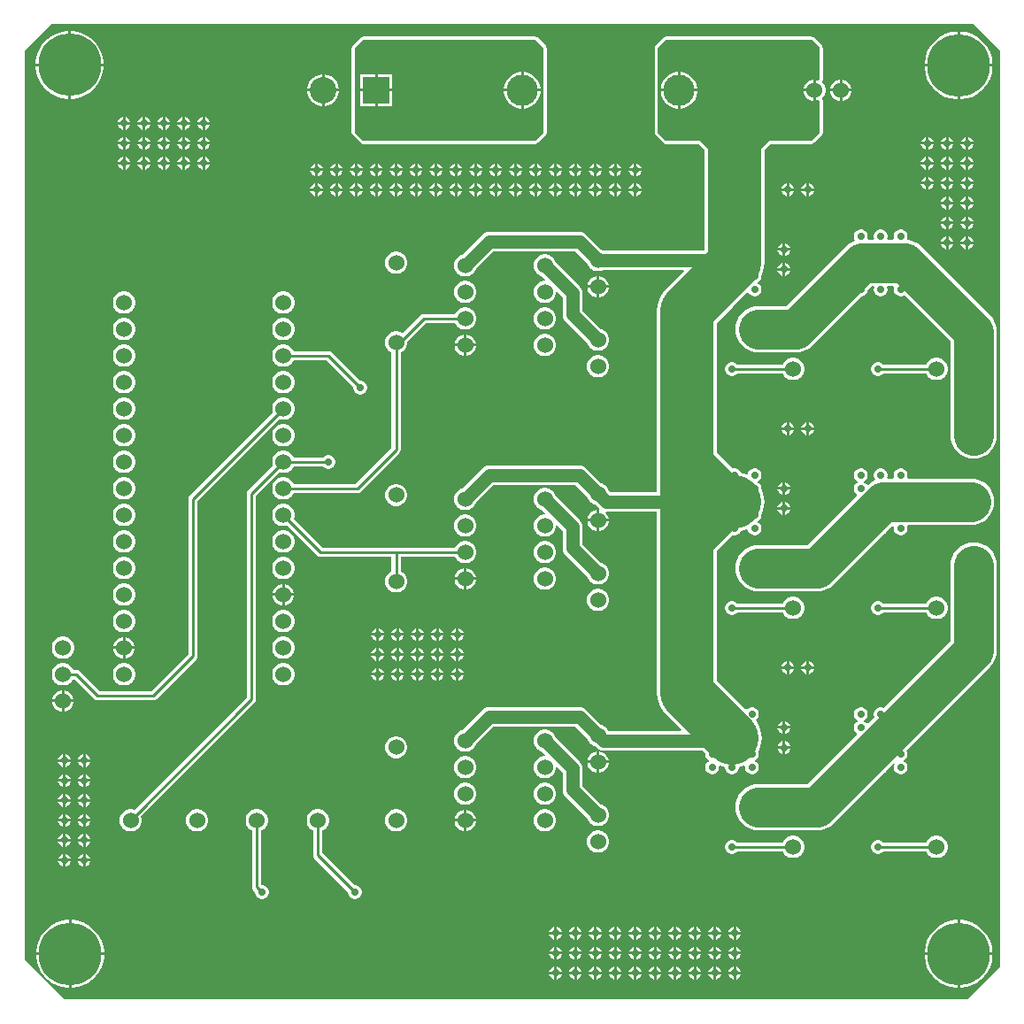
<source format=gbl>
G04*
G04 #@! TF.GenerationSoftware,Altium Limited,Altium Designer,21.0.8 (223)*
G04*
G04 Layer_Physical_Order=2*
G04 Layer_Color=16711680*
%FSLAX25Y25*%
%MOIN*%
G70*
G04*
G04 #@! TF.SameCoordinates,9A741BFF-CE4B-45F5-BAAB-659130A2A11A*
G04*
G04*
G04 #@! TF.FilePolarity,Positive*
G04*
G01*
G75*
%ADD10C,0.01000*%
%ADD33C,0.05000*%
%ADD35C,0.06000*%
G04:AMPARAMS|DCode=36|XSize=100mil|YSize=100mil|CornerRadius=25mil|HoleSize=0mil|Usage=FLASHONLY|Rotation=0.000|XOffset=0mil|YOffset=0mil|HoleType=Round|Shape=RoundedRectangle|*
%AMROUNDEDRECTD36*
21,1,0.10000,0.05000,0,0,0.0*
21,1,0.05000,0.10000,0,0,0.0*
1,1,0.05000,0.02500,-0.02500*
1,1,0.05000,-0.02500,-0.02500*
1,1,0.05000,-0.02500,0.02500*
1,1,0.05000,0.02500,0.02500*
%
%ADD36ROUNDEDRECTD36*%
%ADD37C,0.11811*%
%ADD38C,0.10000*%
%ADD39R,0.10000X0.10000*%
%ADD40C,0.02756*%
%ADD41C,0.23622*%
%ADD42C,0.20000*%
%ADD43C,0.15000*%
G36*
X370000Y360000D02*
Y15000D01*
X357500Y2500D01*
X17500Y2500D01*
X2500Y17500D01*
X2500Y360000D01*
X12500Y370000D01*
X360000D01*
X370000Y360000D01*
D02*
G37*
%LPC*%
G36*
X195000Y365204D02*
X195000Y365204D01*
X130000Y365204D01*
X129539Y365113D01*
X129148Y364851D01*
X129148Y364851D01*
X126148Y361852D01*
X126148Y361852D01*
X125887Y361461D01*
X125796Y361000D01*
X125796Y361000D01*
X125796Y329000D01*
X125796Y329000D01*
X125887Y328539D01*
X126148Y328149D01*
X126148Y328149D01*
X129148Y325149D01*
X129148Y325149D01*
X129539Y324887D01*
X130000Y324796D01*
X130000Y324796D01*
X195000Y324796D01*
X195461Y324887D01*
X195852Y325149D01*
X198852Y328149D01*
X199113Y328539D01*
X199204Y329000D01*
X199204Y329000D01*
X199204Y361000D01*
X199113Y361461D01*
X198852Y361852D01*
X198852Y361852D01*
X195852Y364851D01*
X195852Y364851D01*
X195461Y365113D01*
X195000Y365204D01*
D02*
G37*
G36*
X20508Y367311D02*
X20000D01*
Y355000D01*
X32311D01*
Y355508D01*
X31996Y357500D01*
X31372Y359418D01*
X30457Y361214D01*
X29272Y362846D01*
X27846Y364272D01*
X26214Y365457D01*
X24418Y366372D01*
X22500Y366996D01*
X20508Y367311D01*
D02*
G37*
G36*
X19000D02*
X18492D01*
X16500Y366996D01*
X14582Y366372D01*
X12786Y365457D01*
X11154Y364272D01*
X9728Y362846D01*
X8543Y361214D01*
X7628Y359418D01*
X7004Y357500D01*
X6689Y355508D01*
Y355000D01*
X19000D01*
Y367311D01*
D02*
G37*
G36*
X355339Y367142D02*
X354831D01*
Y354831D01*
X367142D01*
Y355339D01*
X366826Y357331D01*
X366203Y359248D01*
X365288Y361045D01*
X364102Y362677D01*
X362677Y364102D01*
X361045Y365288D01*
X359248Y366203D01*
X357331Y366826D01*
X355339Y367142D01*
D02*
G37*
G36*
X353831D02*
X353323D01*
X351331Y366826D01*
X349413Y366203D01*
X347616Y365288D01*
X345985Y364102D01*
X344559Y362677D01*
X343374Y361045D01*
X342458Y359248D01*
X341835Y357331D01*
X341520Y355339D01*
Y354831D01*
X353831D01*
Y367142D01*
D02*
G37*
G36*
X115591Y351000D02*
X115500D01*
Y345500D01*
X121000D01*
Y345591D01*
X120769Y346750D01*
X120317Y347842D01*
X119660Y348825D01*
X118825Y349660D01*
X117842Y350317D01*
X116750Y350769D01*
X115591Y351000D01*
D02*
G37*
G36*
X310527Y349000D02*
X310500D01*
Y345500D01*
X314000D01*
Y345527D01*
X313727Y346544D01*
X313201Y347456D01*
X312456Y348201D01*
X311544Y348727D01*
X310527Y349000D01*
D02*
G37*
G36*
X309500D02*
X309473D01*
X308456Y348727D01*
X307544Y348201D01*
X306799Y347456D01*
X306273Y346544D01*
X306000Y345527D01*
Y345500D01*
X309500D01*
Y349000D01*
D02*
G37*
G36*
X114500Y351000D02*
X114409D01*
X113250Y350769D01*
X112158Y350317D01*
X111175Y349660D01*
X110339Y348825D01*
X109683Y347842D01*
X109231Y346750D01*
X109000Y345591D01*
Y345500D01*
X114500D01*
Y351000D01*
D02*
G37*
G36*
X32311Y354000D02*
X20000D01*
Y341689D01*
X20508D01*
X22500Y342004D01*
X24418Y342628D01*
X26214Y343543D01*
X27846Y344728D01*
X29272Y346154D01*
X30457Y347786D01*
X31372Y349582D01*
X31996Y351500D01*
X32311Y353492D01*
Y354000D01*
D02*
G37*
G36*
X19000D02*
X6689D01*
Y353492D01*
X7004Y351500D01*
X7628Y349582D01*
X8543Y347786D01*
X9728Y346154D01*
X11154Y344728D01*
X12786Y343543D01*
X14582Y342628D01*
X16500Y342004D01*
X18492Y341689D01*
X19000D01*
Y354000D01*
D02*
G37*
G36*
X367142Y353831D02*
X354831D01*
Y341520D01*
X355339D01*
X357331Y341835D01*
X359248Y342458D01*
X361045Y343374D01*
X362677Y344559D01*
X364102Y345985D01*
X365288Y347616D01*
X366203Y349413D01*
X366826Y351331D01*
X367142Y353323D01*
Y353831D01*
D02*
G37*
G36*
X353831D02*
X341520D01*
Y353323D01*
X341835Y351331D01*
X342458Y349413D01*
X343374Y347616D01*
X344559Y345985D01*
X345985Y344559D01*
X347616Y343374D01*
X349413Y342458D01*
X351331Y341835D01*
X353323Y341520D01*
X353831D01*
Y353831D01*
D02*
G37*
G36*
X314000Y344500D02*
X310500D01*
Y341000D01*
X310527D01*
X311544Y341273D01*
X312456Y341799D01*
X313201Y342544D01*
X313727Y343456D01*
X314000Y344473D01*
Y344500D01*
D02*
G37*
G36*
X309500D02*
X306000D01*
Y344473D01*
X306273Y343456D01*
X306799Y342544D01*
X307544Y341799D01*
X308456Y341273D01*
X309473Y341000D01*
X309500D01*
Y344500D01*
D02*
G37*
G36*
X121000D02*
X115500D01*
Y339000D01*
X115591D01*
X116750Y339231D01*
X117842Y339683D01*
X118825Y340339D01*
X119660Y341175D01*
X120317Y342158D01*
X120769Y343250D01*
X121000Y344409D01*
Y344500D01*
D02*
G37*
G36*
X114500D02*
X109000D01*
Y344409D01*
X109231Y343250D01*
X109683Y342158D01*
X110339Y341175D01*
X111175Y340339D01*
X112158Y339683D01*
X113250Y339231D01*
X114409Y339000D01*
X114500D01*
Y344500D01*
D02*
G37*
G36*
X70500Y334867D02*
Y333000D01*
X72367D01*
X72016Y333847D01*
X71347Y334516D01*
X70500Y334867D01*
D02*
G37*
G36*
X69500D02*
X68653Y334516D01*
X67984Y333847D01*
X67633Y333000D01*
X69500D01*
Y334867D01*
D02*
G37*
G36*
X63000D02*
Y333000D01*
X64867D01*
X64516Y333847D01*
X63847Y334516D01*
X63000Y334867D01*
D02*
G37*
G36*
X62000D02*
X61153Y334516D01*
X60484Y333847D01*
X60133Y333000D01*
X62000D01*
Y334867D01*
D02*
G37*
G36*
X55500D02*
Y333000D01*
X57367D01*
X57016Y333847D01*
X56347Y334516D01*
X55500Y334867D01*
D02*
G37*
G36*
X54500D02*
X53653Y334516D01*
X52984Y333847D01*
X52633Y333000D01*
X54500D01*
Y334867D01*
D02*
G37*
G36*
X48000D02*
Y333000D01*
X49867D01*
X49516Y333847D01*
X48847Y334516D01*
X48000Y334867D01*
D02*
G37*
G36*
X47000D02*
X46153Y334516D01*
X45484Y333847D01*
X45133Y333000D01*
X47000D01*
Y334867D01*
D02*
G37*
G36*
X40500D02*
Y333000D01*
X42367D01*
X42016Y333847D01*
X41347Y334516D01*
X40500Y334867D01*
D02*
G37*
G36*
X39500D02*
X38653Y334516D01*
X37984Y333847D01*
X37633Y333000D01*
X39500D01*
Y334867D01*
D02*
G37*
G36*
X72367Y332000D02*
X70500D01*
Y330133D01*
X71347Y330484D01*
X72016Y331153D01*
X72367Y332000D01*
D02*
G37*
G36*
X69500D02*
X67633D01*
X67984Y331153D01*
X68653Y330484D01*
X69500Y330133D01*
Y332000D01*
D02*
G37*
G36*
X64867D02*
X63000D01*
Y330133D01*
X63847Y330484D01*
X64516Y331153D01*
X64867Y332000D01*
D02*
G37*
G36*
X62000D02*
X60133D01*
X60484Y331153D01*
X61153Y330484D01*
X62000Y330133D01*
Y332000D01*
D02*
G37*
G36*
X57367D02*
X55500D01*
Y330133D01*
X56347Y330484D01*
X57016Y331153D01*
X57367Y332000D01*
D02*
G37*
G36*
X54500D02*
X52633D01*
X52984Y331153D01*
X53653Y330484D01*
X54500Y330133D01*
Y332000D01*
D02*
G37*
G36*
X49867D02*
X48000D01*
Y330133D01*
X48847Y330484D01*
X49516Y331153D01*
X49867Y332000D01*
D02*
G37*
G36*
X47000D02*
X45133D01*
X45484Y331153D01*
X46153Y330484D01*
X47000Y330133D01*
Y332000D01*
D02*
G37*
G36*
X42367D02*
X40500D01*
Y330133D01*
X41347Y330484D01*
X42016Y331153D01*
X42367Y332000D01*
D02*
G37*
G36*
X39500D02*
X37633D01*
X37984Y331153D01*
X38653Y330484D01*
X39500Y330133D01*
Y332000D01*
D02*
G37*
G36*
X358000Y327367D02*
Y325500D01*
X359867D01*
X359516Y326347D01*
X358847Y327016D01*
X358000Y327367D01*
D02*
G37*
G36*
X357000D02*
X356153Y327016D01*
X355484Y326347D01*
X355133Y325500D01*
X357000D01*
Y327367D01*
D02*
G37*
G36*
X350500D02*
Y325500D01*
X352367D01*
X352016Y326347D01*
X351347Y327016D01*
X350500Y327367D01*
D02*
G37*
G36*
X349500D02*
X348653Y327016D01*
X347984Y326347D01*
X347633Y325500D01*
X349500D01*
Y327367D01*
D02*
G37*
G36*
X343000D02*
Y325500D01*
X344867D01*
X344516Y326347D01*
X343847Y327016D01*
X343000Y327367D01*
D02*
G37*
G36*
X342000D02*
X341153Y327016D01*
X340484Y326347D01*
X340133Y325500D01*
X342000D01*
Y327367D01*
D02*
G37*
G36*
X70500D02*
Y325500D01*
X72367D01*
X72016Y326347D01*
X71347Y327016D01*
X70500Y327367D01*
D02*
G37*
G36*
X69500D02*
X68653Y327016D01*
X67984Y326347D01*
X67633Y325500D01*
X69500D01*
Y327367D01*
D02*
G37*
G36*
X63000D02*
Y325500D01*
X64867D01*
X64516Y326347D01*
X63847Y327016D01*
X63000Y327367D01*
D02*
G37*
G36*
X62000D02*
X61153Y327016D01*
X60484Y326347D01*
X60133Y325500D01*
X62000D01*
Y327367D01*
D02*
G37*
G36*
X55500D02*
Y325500D01*
X57367D01*
X57016Y326347D01*
X56347Y327016D01*
X55500Y327367D01*
D02*
G37*
G36*
X54500D02*
X53653Y327016D01*
X52984Y326347D01*
X52633Y325500D01*
X54500D01*
Y327367D01*
D02*
G37*
G36*
X48000D02*
Y325500D01*
X49867D01*
X49516Y326347D01*
X48847Y327016D01*
X48000Y327367D01*
D02*
G37*
G36*
X47000D02*
X46153Y327016D01*
X45484Y326347D01*
X45133Y325500D01*
X47000D01*
Y327367D01*
D02*
G37*
G36*
X40500D02*
Y325500D01*
X42367D01*
X42016Y326347D01*
X41347Y327016D01*
X40500Y327367D01*
D02*
G37*
G36*
X39500D02*
X38653Y327016D01*
X37984Y326347D01*
X37633Y325500D01*
X39500D01*
Y327367D01*
D02*
G37*
G36*
X244055Y365204D02*
X243594Y365113D01*
X243204Y364851D01*
X243204Y364851D01*
X240204Y361852D01*
X240204Y361852D01*
X239943Y361461D01*
X239851Y361000D01*
X239851Y361000D01*
X239851Y329000D01*
X239851Y329000D01*
X239943Y328539D01*
X240204Y328149D01*
X240204Y328149D01*
X243203Y325149D01*
X243204Y325149D01*
X243594Y324887D01*
X244055Y324796D01*
X244055Y324796D01*
X256501D01*
X258784Y322513D01*
Y284713D01*
X220431D01*
X220114Y284896D01*
X219760Y284991D01*
X214125Y290625D01*
X213356Y291215D01*
X212461Y291586D01*
X211500Y291713D01*
X177500D01*
X176539Y291586D01*
X175644Y291215D01*
X174875Y290625D01*
X167240Y282991D01*
X166886Y282896D01*
X165933Y282346D01*
X165154Y281567D01*
X164604Y280614D01*
X164319Y279551D01*
Y278450D01*
X164604Y277386D01*
X165154Y276433D01*
X165933Y275654D01*
X166886Y275104D01*
X167949Y274819D01*
X169051D01*
X170114Y275104D01*
X171067Y275654D01*
X171846Y276433D01*
X172396Y277386D01*
X172491Y277740D01*
X179038Y284287D01*
X209962D01*
X214509Y279740D01*
X214604Y279386D01*
X215154Y278433D01*
X215933Y277654D01*
X216886Y277104D01*
X217950Y276819D01*
X219051D01*
X220114Y277104D01*
X220431Y277287D01*
X250773D01*
X250964Y276825D01*
X244069Y269931D01*
X242926Y268592D01*
X242007Y267092D01*
X241333Y265466D01*
X240922Y263755D01*
X240784Y262000D01*
X240784Y262000D01*
Y193713D01*
X223308D01*
X222381Y194641D01*
X221846Y195567D01*
X221067Y196346D01*
X220114Y196896D01*
X219760Y196991D01*
X214125Y202625D01*
X213356Y203215D01*
X212461Y203586D01*
X211500Y203713D01*
X177500D01*
X176539Y203586D01*
X175644Y203215D01*
X174875Y202625D01*
X167240Y194991D01*
X166886Y194896D01*
X165933Y194346D01*
X165154Y193567D01*
X164604Y192614D01*
X164319Y191551D01*
Y190450D01*
X164604Y189386D01*
X165154Y188433D01*
X165933Y187654D01*
X166886Y187104D01*
X167949Y186819D01*
X169051D01*
X170114Y187104D01*
X171067Y187654D01*
X171846Y188433D01*
X172396Y189386D01*
X172491Y189740D01*
X179038Y196287D01*
X209962D01*
X214509Y191740D01*
X214604Y191386D01*
X215154Y190433D01*
X215933Y189654D01*
X216886Y189104D01*
X217610Y188910D01*
X219020Y187500D01*
X219000Y187444D01*
Y183500D01*
X222500D01*
Y183527D01*
X222227Y184544D01*
X221701Y185456D01*
X221314Y185843D01*
X221548Y186317D01*
X221771Y186287D01*
X240784D01*
Y118000D01*
X240784Y118000D01*
X240922Y116245D01*
X241333Y114534D01*
X242007Y112908D01*
X242926Y111408D01*
X244069Y110069D01*
X249964Y104175D01*
X249773Y103713D01*
X222339D01*
X221846Y104567D01*
X221067Y105346D01*
X220114Y105896D01*
X219760Y105991D01*
X214125Y111625D01*
X213356Y112215D01*
X212461Y112586D01*
X211500Y112713D01*
X177500D01*
X176539Y112586D01*
X175644Y112215D01*
X174875Y111625D01*
X167240Y103991D01*
X166886Y103896D01*
X165933Y103346D01*
X165154Y102567D01*
X164604Y101614D01*
X164319Y100550D01*
Y99449D01*
X164604Y98386D01*
X165154Y97433D01*
X165933Y96654D01*
X166886Y96104D01*
X167949Y95819D01*
X169051D01*
X170114Y96104D01*
X171067Y96654D01*
X171846Y97433D01*
X172396Y98386D01*
X172491Y98740D01*
X179038Y105287D01*
X209962D01*
X214509Y100740D01*
X214604Y100386D01*
X215154Y99433D01*
X215933Y98654D01*
X216886Y98104D01*
X217610Y97910D01*
X218145Y97375D01*
X218914Y96785D01*
X219810Y96414D01*
X220771Y96287D01*
X257852D01*
X258941Y95198D01*
Y94663D01*
X259115Y94012D01*
X259452Y93429D01*
X259929Y92952D01*
X260212Y92789D01*
Y92211D01*
X259929Y92048D01*
X259452Y91571D01*
X259115Y90988D01*
X258941Y90337D01*
Y89663D01*
X259115Y89012D01*
X259452Y88429D01*
X259929Y87952D01*
X260512Y87615D01*
X261163Y87441D01*
X261837D01*
X262488Y87615D01*
X263071Y87952D01*
X263548Y88429D01*
X263885Y89012D01*
X264059Y89663D01*
Y90337D01*
X264039Y90411D01*
X264458Y90779D01*
X265534Y90333D01*
X266441Y90116D01*
Y89663D01*
X266615Y89012D01*
X266952Y88429D01*
X267429Y87952D01*
X268012Y87615D01*
X268663Y87441D01*
X269337D01*
X269988Y87615D01*
X270571Y87952D01*
X271048Y88429D01*
X271385Y89012D01*
X271559Y89663D01*
Y90116D01*
X272466Y90333D01*
X273542Y90779D01*
X273961Y90411D01*
X273941Y90337D01*
Y89663D01*
X274115Y89012D01*
X274452Y88429D01*
X274929Y87952D01*
X275512Y87615D01*
X276163Y87441D01*
X276837D01*
X277488Y87615D01*
X278071Y87952D01*
X278548Y88429D01*
X278885Y89012D01*
X279059Y89663D01*
Y90337D01*
X278885Y90988D01*
X278548Y91571D01*
X278071Y92048D01*
X277788Y92211D01*
Y92789D01*
X278071Y92952D01*
X278548Y93429D01*
X278885Y94012D01*
X279059Y94663D01*
Y95337D01*
X278932Y95809D01*
X278993Y95908D01*
X279667Y97534D01*
X280078Y99246D01*
X280216Y101000D01*
X280078Y102754D01*
X279667Y104466D01*
X278993Y106092D01*
X278171Y107433D01*
X278071Y107952D01*
X278548Y108429D01*
X278885Y109012D01*
X279059Y109663D01*
Y110337D01*
X278885Y110988D01*
X278548Y111571D01*
X278071Y112048D01*
X277488Y112385D01*
X276837Y112559D01*
X276163D01*
X275512Y112385D01*
X274929Y112048D01*
X274725Y111844D01*
X274051Y111810D01*
X268681Y117181D01*
X263216Y122646D01*
Y171513D01*
X269254Y177551D01*
X269663Y177441D01*
X270337D01*
X270988Y177615D01*
X271571Y177952D01*
X272048Y178429D01*
X272385Y179012D01*
X272402Y179078D01*
X273466Y179333D01*
X274487Y179756D01*
X275004Y179429D01*
X275115Y179012D01*
X275452Y178429D01*
X275929Y177952D01*
X276512Y177615D01*
X277163Y177441D01*
X277837D01*
X278488Y177615D01*
X279071Y177952D01*
X279548Y178429D01*
X279885Y179012D01*
X280059Y179663D01*
Y180337D01*
X279885Y180988D01*
X279548Y181571D01*
X279071Y182048D01*
X278788Y182211D01*
Y182789D01*
X279071Y182952D01*
X279548Y183429D01*
X279885Y184012D01*
X280059Y184663D01*
Y185067D01*
X280667Y186534D01*
X281078Y188245D01*
X281216Y190000D01*
X281078Y191754D01*
X280667Y193466D01*
X280059Y194933D01*
Y195337D01*
X279885Y195988D01*
X279548Y196571D01*
X279071Y197048D01*
X278788Y197211D01*
Y197789D01*
X279071Y197952D01*
X279548Y198429D01*
X279885Y199012D01*
X280059Y199663D01*
Y200337D01*
X279885Y200988D01*
X279548Y201571D01*
X279071Y202048D01*
X278488Y202385D01*
X277837Y202559D01*
X277163D01*
X276512Y202385D01*
X275929Y202048D01*
X275452Y201571D01*
X275115Y200988D01*
X275004Y200571D01*
X274487Y200244D01*
X273466Y200667D01*
X272402Y200922D01*
X272385Y200988D01*
X272048Y201571D01*
X271571Y202048D01*
X270988Y202385D01*
X270337Y202559D01*
X269663D01*
X269254Y202449D01*
X263216Y208487D01*
Y257354D01*
X269181Y263319D01*
X274675Y268814D01*
X275286Y268717D01*
X275452Y268429D01*
X275929Y267952D01*
X276512Y267615D01*
X277163Y267441D01*
X277837D01*
X278488Y267615D01*
X279071Y267952D01*
X279548Y268429D01*
X279885Y269012D01*
X280059Y269663D01*
Y270337D01*
X279885Y270988D01*
X279548Y271571D01*
X279071Y272048D01*
X278788Y272211D01*
Y272789D01*
X279071Y272952D01*
X279548Y273429D01*
X279885Y274012D01*
X280059Y274663D01*
Y275067D01*
X280667Y276534D01*
X281078Y278245D01*
X281216Y280000D01*
Y322513D01*
X283499Y324796D01*
X299000Y324796D01*
X299461Y324887D01*
X299851Y325149D01*
X299851Y325149D01*
X302852Y328149D01*
X303113Y328539D01*
X303204Y329000D01*
X303204Y329000D01*
X303204Y341036D01*
X303173Y341190D01*
X303163Y341348D01*
X303128Y341419D01*
X303113Y341497D01*
X303025Y341628D01*
X302955Y341769D01*
X303139Y342226D01*
X303346Y342433D01*
X303896Y343386D01*
X304181Y344449D01*
Y345550D01*
X303896Y346614D01*
X303346Y347567D01*
X303139Y347774D01*
X302955Y348231D01*
X303025Y348372D01*
X303113Y348503D01*
X303128Y348581D01*
X303163Y348652D01*
X303173Y348810D01*
X303204Y348964D01*
X303204Y361000D01*
X303113Y361461D01*
X302852Y361852D01*
X299852Y364851D01*
X299852Y364851D01*
X299461Y365112D01*
X299000Y365204D01*
X299000Y365204D01*
X244055Y365204D01*
D02*
G37*
G36*
X359867Y324500D02*
X358000D01*
Y322633D01*
X358847Y322984D01*
X359516Y323653D01*
X359867Y324500D01*
D02*
G37*
G36*
X357000D02*
X355133D01*
X355484Y323653D01*
X356153Y322984D01*
X357000Y322633D01*
Y324500D01*
D02*
G37*
G36*
X352367D02*
X350500D01*
Y322633D01*
X351347Y322984D01*
X352016Y323653D01*
X352367Y324500D01*
D02*
G37*
G36*
X349500D02*
X347633D01*
X347984Y323653D01*
X348653Y322984D01*
X349500Y322633D01*
Y324500D01*
D02*
G37*
G36*
X344867D02*
X343000D01*
Y322633D01*
X343847Y322984D01*
X344516Y323653D01*
X344867Y324500D01*
D02*
G37*
G36*
X342000D02*
X340133D01*
X340484Y323653D01*
X341153Y322984D01*
X342000Y322633D01*
Y324500D01*
D02*
G37*
G36*
X72367D02*
X70500D01*
Y322633D01*
X71347Y322984D01*
X72016Y323653D01*
X72367Y324500D01*
D02*
G37*
G36*
X69500D02*
X67633D01*
X67984Y323653D01*
X68653Y322984D01*
X69500Y322633D01*
Y324500D01*
D02*
G37*
G36*
X64867D02*
X63000D01*
Y322633D01*
X63847Y322984D01*
X64516Y323653D01*
X64867Y324500D01*
D02*
G37*
G36*
X62000D02*
X60133D01*
X60484Y323653D01*
X61153Y322984D01*
X62000Y322633D01*
Y324500D01*
D02*
G37*
G36*
X57367D02*
X55500D01*
Y322633D01*
X56347Y322984D01*
X57016Y323653D01*
X57367Y324500D01*
D02*
G37*
G36*
X54500D02*
X52633D01*
X52984Y323653D01*
X53653Y322984D01*
X54500Y322633D01*
Y324500D01*
D02*
G37*
G36*
X49867D02*
X48000D01*
Y322633D01*
X48847Y322984D01*
X49516Y323653D01*
X49867Y324500D01*
D02*
G37*
G36*
X47000D02*
X45133D01*
X45484Y323653D01*
X46153Y322984D01*
X47000Y322633D01*
Y324500D01*
D02*
G37*
G36*
X42367D02*
X40500D01*
Y322633D01*
X41347Y322984D01*
X42016Y323653D01*
X42367Y324500D01*
D02*
G37*
G36*
X39500D02*
X37633D01*
X37984Y323653D01*
X38653Y322984D01*
X39500Y322633D01*
Y324500D01*
D02*
G37*
G36*
X358000Y319867D02*
Y318000D01*
X359867D01*
X359516Y318847D01*
X358847Y319516D01*
X358000Y319867D01*
D02*
G37*
G36*
X357000D02*
X356153Y319516D01*
X355484Y318847D01*
X355133Y318000D01*
X357000D01*
Y319867D01*
D02*
G37*
G36*
X350500D02*
Y318000D01*
X352367D01*
X352016Y318847D01*
X351347Y319516D01*
X350500Y319867D01*
D02*
G37*
G36*
X349500D02*
X348653Y319516D01*
X347984Y318847D01*
X347633Y318000D01*
X349500D01*
Y319867D01*
D02*
G37*
G36*
X343000D02*
Y318000D01*
X344867D01*
X344516Y318847D01*
X343847Y319516D01*
X343000Y319867D01*
D02*
G37*
G36*
X342000D02*
X341153Y319516D01*
X340484Y318847D01*
X340133Y318000D01*
X342000D01*
Y319867D01*
D02*
G37*
G36*
X70500D02*
Y318000D01*
X72367D01*
X72016Y318847D01*
X71347Y319516D01*
X70500Y319867D01*
D02*
G37*
G36*
X69500D02*
X68653Y319516D01*
X67984Y318847D01*
X67633Y318000D01*
X69500D01*
Y319867D01*
D02*
G37*
G36*
X63000D02*
Y318000D01*
X64867D01*
X64516Y318847D01*
X63847Y319516D01*
X63000Y319867D01*
D02*
G37*
G36*
X62000D02*
X61153Y319516D01*
X60484Y318847D01*
X60133Y318000D01*
X62000D01*
Y319867D01*
D02*
G37*
G36*
X55500D02*
Y318000D01*
X57367D01*
X57016Y318847D01*
X56347Y319516D01*
X55500Y319867D01*
D02*
G37*
G36*
X54500D02*
X53653Y319516D01*
X52984Y318847D01*
X52633Y318000D01*
X54500D01*
Y319867D01*
D02*
G37*
G36*
X48000D02*
Y318000D01*
X49867D01*
X49516Y318847D01*
X48847Y319516D01*
X48000Y319867D01*
D02*
G37*
G36*
X47000D02*
X46153Y319516D01*
X45484Y318847D01*
X45133Y318000D01*
X47000D01*
Y319867D01*
D02*
G37*
G36*
X40500D02*
Y318000D01*
X42367D01*
X42016Y318847D01*
X41347Y319516D01*
X40500Y319867D01*
D02*
G37*
G36*
X39500D02*
X38653Y319516D01*
X37984Y318847D01*
X37633Y318000D01*
X39500D01*
Y319867D01*
D02*
G37*
G36*
X233000Y317367D02*
Y315500D01*
X234867D01*
X234516Y316347D01*
X233847Y317016D01*
X233000Y317367D01*
D02*
G37*
G36*
X232000D02*
X231153Y317016D01*
X230484Y316347D01*
X230133Y315500D01*
X232000D01*
Y317367D01*
D02*
G37*
G36*
X225500D02*
Y315500D01*
X227367D01*
X227016Y316347D01*
X226347Y317016D01*
X225500Y317367D01*
D02*
G37*
G36*
X224500D02*
X223653Y317016D01*
X222984Y316347D01*
X222633Y315500D01*
X224500D01*
Y317367D01*
D02*
G37*
G36*
X218000D02*
Y315500D01*
X219867D01*
X219516Y316347D01*
X218847Y317016D01*
X218000Y317367D01*
D02*
G37*
G36*
X217000D02*
X216153Y317016D01*
X215484Y316347D01*
X215133Y315500D01*
X217000D01*
Y317367D01*
D02*
G37*
G36*
X210500D02*
Y315500D01*
X212367D01*
X212016Y316347D01*
X211347Y317016D01*
X210500Y317367D01*
D02*
G37*
G36*
X209500D02*
X208653Y317016D01*
X207984Y316347D01*
X207633Y315500D01*
X209500D01*
Y317367D01*
D02*
G37*
G36*
X203000D02*
Y315500D01*
X204867D01*
X204516Y316347D01*
X203847Y317016D01*
X203000Y317367D01*
D02*
G37*
G36*
X202000D02*
X201153Y317016D01*
X200484Y316347D01*
X200133Y315500D01*
X202000D01*
Y317367D01*
D02*
G37*
G36*
X195500D02*
Y315500D01*
X197367D01*
X197016Y316347D01*
X196347Y317016D01*
X195500Y317367D01*
D02*
G37*
G36*
X194500D02*
X193653Y317016D01*
X192984Y316347D01*
X192633Y315500D01*
X194500D01*
Y317367D01*
D02*
G37*
G36*
X188000D02*
Y315500D01*
X189867D01*
X189516Y316347D01*
X188847Y317016D01*
X188000Y317367D01*
D02*
G37*
G36*
X187000D02*
X186153Y317016D01*
X185484Y316347D01*
X185133Y315500D01*
X187000D01*
Y317367D01*
D02*
G37*
G36*
X180500D02*
Y315500D01*
X182367D01*
X182016Y316347D01*
X181347Y317016D01*
X180500Y317367D01*
D02*
G37*
G36*
X179500D02*
X178653Y317016D01*
X177984Y316347D01*
X177633Y315500D01*
X179500D01*
Y317367D01*
D02*
G37*
G36*
X173000D02*
Y315500D01*
X174867D01*
X174516Y316347D01*
X173847Y317016D01*
X173000Y317367D01*
D02*
G37*
G36*
X172000D02*
X171153Y317016D01*
X170484Y316347D01*
X170133Y315500D01*
X172000D01*
Y317367D01*
D02*
G37*
G36*
X165500D02*
Y315500D01*
X167367D01*
X167016Y316347D01*
X166347Y317016D01*
X165500Y317367D01*
D02*
G37*
G36*
X164500D02*
X163653Y317016D01*
X162984Y316347D01*
X162633Y315500D01*
X164500D01*
Y317367D01*
D02*
G37*
G36*
X158000D02*
Y315500D01*
X159867D01*
X159516Y316347D01*
X158847Y317016D01*
X158000Y317367D01*
D02*
G37*
G36*
X157000D02*
X156153Y317016D01*
X155484Y316347D01*
X155133Y315500D01*
X157000D01*
Y317367D01*
D02*
G37*
G36*
X150500D02*
Y315500D01*
X152367D01*
X152016Y316347D01*
X151347Y317016D01*
X150500Y317367D01*
D02*
G37*
G36*
X149500D02*
X148653Y317016D01*
X147984Y316347D01*
X147633Y315500D01*
X149500D01*
Y317367D01*
D02*
G37*
G36*
X143000D02*
Y315500D01*
X144867D01*
X144516Y316347D01*
X143847Y317016D01*
X143000Y317367D01*
D02*
G37*
G36*
X142000D02*
X141153Y317016D01*
X140484Y316347D01*
X140133Y315500D01*
X142000D01*
Y317367D01*
D02*
G37*
G36*
X135500D02*
Y315500D01*
X137367D01*
X137016Y316347D01*
X136347Y317016D01*
X135500Y317367D01*
D02*
G37*
G36*
X134500D02*
X133653Y317016D01*
X132984Y316347D01*
X132633Y315500D01*
X134500D01*
Y317367D01*
D02*
G37*
G36*
X128000D02*
Y315500D01*
X129867D01*
X129516Y316347D01*
X128847Y317016D01*
X128000Y317367D01*
D02*
G37*
G36*
X127000D02*
X126153Y317016D01*
X125484Y316347D01*
X125133Y315500D01*
X127000D01*
Y317367D01*
D02*
G37*
G36*
X120500D02*
Y315500D01*
X122367D01*
X122016Y316347D01*
X121347Y317016D01*
X120500Y317367D01*
D02*
G37*
G36*
X119500D02*
X118653Y317016D01*
X117984Y316347D01*
X117633Y315500D01*
X119500D01*
Y317367D01*
D02*
G37*
G36*
X113000D02*
Y315500D01*
X114867D01*
X114516Y316347D01*
X113847Y317016D01*
X113000Y317367D01*
D02*
G37*
G36*
X112000D02*
X111153Y317016D01*
X110484Y316347D01*
X110133Y315500D01*
X112000D01*
Y317367D01*
D02*
G37*
G36*
X359867Y317000D02*
X358000D01*
Y315133D01*
X358847Y315484D01*
X359516Y316153D01*
X359867Y317000D01*
D02*
G37*
G36*
X357000D02*
X355133D01*
X355484Y316153D01*
X356153Y315484D01*
X357000Y315133D01*
Y317000D01*
D02*
G37*
G36*
X352367D02*
X350500D01*
Y315133D01*
X351347Y315484D01*
X352016Y316153D01*
X352367Y317000D01*
D02*
G37*
G36*
X349500D02*
X347633D01*
X347984Y316153D01*
X348653Y315484D01*
X349500Y315133D01*
Y317000D01*
D02*
G37*
G36*
X344867D02*
X343000D01*
Y315133D01*
X343847Y315484D01*
X344516Y316153D01*
X344867Y317000D01*
D02*
G37*
G36*
X342000D02*
X340133D01*
X340484Y316153D01*
X341153Y315484D01*
X342000Y315133D01*
Y317000D01*
D02*
G37*
G36*
X72367D02*
X70500D01*
Y315133D01*
X71347Y315484D01*
X72016Y316153D01*
X72367Y317000D01*
D02*
G37*
G36*
X69500D02*
X67633D01*
X67984Y316153D01*
X68653Y315484D01*
X69500Y315133D01*
Y317000D01*
D02*
G37*
G36*
X64867D02*
X63000D01*
Y315133D01*
X63847Y315484D01*
X64516Y316153D01*
X64867Y317000D01*
D02*
G37*
G36*
X62000D02*
X60133D01*
X60484Y316153D01*
X61153Y315484D01*
X62000Y315133D01*
Y317000D01*
D02*
G37*
G36*
X57367D02*
X55500D01*
Y315133D01*
X56347Y315484D01*
X57016Y316153D01*
X57367Y317000D01*
D02*
G37*
G36*
X54500D02*
X52633D01*
X52984Y316153D01*
X53653Y315484D01*
X54500Y315133D01*
Y317000D01*
D02*
G37*
G36*
X49867D02*
X48000D01*
Y315133D01*
X48847Y315484D01*
X49516Y316153D01*
X49867Y317000D01*
D02*
G37*
G36*
X47000D02*
X45133D01*
X45484Y316153D01*
X46153Y315484D01*
X47000Y315133D01*
Y317000D01*
D02*
G37*
G36*
X42367D02*
X40500D01*
Y315133D01*
X41347Y315484D01*
X42016Y316153D01*
X42367Y317000D01*
D02*
G37*
G36*
X39500D02*
X37633D01*
X37984Y316153D01*
X38653Y315484D01*
X39500Y315133D01*
Y317000D01*
D02*
G37*
G36*
X234867Y314500D02*
X233000D01*
Y312633D01*
X233847Y312984D01*
X234516Y313653D01*
X234867Y314500D01*
D02*
G37*
G36*
X232000D02*
X230133D01*
X230484Y313653D01*
X231153Y312984D01*
X232000Y312633D01*
Y314500D01*
D02*
G37*
G36*
X227367D02*
X225500D01*
Y312633D01*
X226347Y312984D01*
X227016Y313653D01*
X227367Y314500D01*
D02*
G37*
G36*
X224500D02*
X222633D01*
X222984Y313653D01*
X223653Y312984D01*
X224500Y312633D01*
Y314500D01*
D02*
G37*
G36*
X219867D02*
X218000D01*
Y312633D01*
X218847Y312984D01*
X219516Y313653D01*
X219867Y314500D01*
D02*
G37*
G36*
X217000D02*
X215133D01*
X215484Y313653D01*
X216153Y312984D01*
X217000Y312633D01*
Y314500D01*
D02*
G37*
G36*
X212367D02*
X210500D01*
Y312633D01*
X211347Y312984D01*
X212016Y313653D01*
X212367Y314500D01*
D02*
G37*
G36*
X209500D02*
X207633D01*
X207984Y313653D01*
X208653Y312984D01*
X209500Y312633D01*
Y314500D01*
D02*
G37*
G36*
X204867D02*
X203000D01*
Y312633D01*
X203847Y312984D01*
X204516Y313653D01*
X204867Y314500D01*
D02*
G37*
G36*
X202000D02*
X200133D01*
X200484Y313653D01*
X201153Y312984D01*
X202000Y312633D01*
Y314500D01*
D02*
G37*
G36*
X197367D02*
X195500D01*
Y312633D01*
X196347Y312984D01*
X197016Y313653D01*
X197367Y314500D01*
D02*
G37*
G36*
X194500D02*
X192633D01*
X192984Y313653D01*
X193653Y312984D01*
X194500Y312633D01*
Y314500D01*
D02*
G37*
G36*
X189867D02*
X188000D01*
Y312633D01*
X188847Y312984D01*
X189516Y313653D01*
X189867Y314500D01*
D02*
G37*
G36*
X187000D02*
X185133D01*
X185484Y313653D01*
X186153Y312984D01*
X187000Y312633D01*
Y314500D01*
D02*
G37*
G36*
X182367D02*
X180500D01*
Y312633D01*
X181347Y312984D01*
X182016Y313653D01*
X182367Y314500D01*
D02*
G37*
G36*
X179500D02*
X177633D01*
X177984Y313653D01*
X178653Y312984D01*
X179500Y312633D01*
Y314500D01*
D02*
G37*
G36*
X174867D02*
X173000D01*
Y312633D01*
X173847Y312984D01*
X174516Y313653D01*
X174867Y314500D01*
D02*
G37*
G36*
X172000D02*
X170133D01*
X170484Y313653D01*
X171153Y312984D01*
X172000Y312633D01*
Y314500D01*
D02*
G37*
G36*
X167367D02*
X165500D01*
Y312633D01*
X166347Y312984D01*
X167016Y313653D01*
X167367Y314500D01*
D02*
G37*
G36*
X164500D02*
X162633D01*
X162984Y313653D01*
X163653Y312984D01*
X164500Y312633D01*
Y314500D01*
D02*
G37*
G36*
X159867D02*
X158000D01*
Y312633D01*
X158847Y312984D01*
X159516Y313653D01*
X159867Y314500D01*
D02*
G37*
G36*
X157000D02*
X155133D01*
X155484Y313653D01*
X156153Y312984D01*
X157000Y312633D01*
Y314500D01*
D02*
G37*
G36*
X152367D02*
X150500D01*
Y312633D01*
X151347Y312984D01*
X152016Y313653D01*
X152367Y314500D01*
D02*
G37*
G36*
X149500D02*
X147633D01*
X147984Y313653D01*
X148653Y312984D01*
X149500Y312633D01*
Y314500D01*
D02*
G37*
G36*
X144867D02*
X143000D01*
Y312633D01*
X143847Y312984D01*
X144516Y313653D01*
X144867Y314500D01*
D02*
G37*
G36*
X142000D02*
X140133D01*
X140484Y313653D01*
X141153Y312984D01*
X142000Y312633D01*
Y314500D01*
D02*
G37*
G36*
X137367D02*
X135500D01*
Y312633D01*
X136347Y312984D01*
X137016Y313653D01*
X137367Y314500D01*
D02*
G37*
G36*
X134500D02*
X132633D01*
X132984Y313653D01*
X133653Y312984D01*
X134500Y312633D01*
Y314500D01*
D02*
G37*
G36*
X129867D02*
X128000D01*
Y312633D01*
X128847Y312984D01*
X129516Y313653D01*
X129867Y314500D01*
D02*
G37*
G36*
X127000D02*
X125133D01*
X125484Y313653D01*
X126153Y312984D01*
X127000Y312633D01*
Y314500D01*
D02*
G37*
G36*
X122367D02*
X120500D01*
Y312633D01*
X121347Y312984D01*
X122016Y313653D01*
X122367Y314500D01*
D02*
G37*
G36*
X119500D02*
X117633D01*
X117984Y313653D01*
X118653Y312984D01*
X119500Y312633D01*
Y314500D01*
D02*
G37*
G36*
X114867D02*
X113000D01*
Y312633D01*
X113847Y312984D01*
X114516Y313653D01*
X114867Y314500D01*
D02*
G37*
G36*
X112000D02*
X110133D01*
X110484Y313653D01*
X111153Y312984D01*
X112000Y312633D01*
Y314500D01*
D02*
G37*
G36*
X358000Y312367D02*
Y310500D01*
X359867D01*
X359516Y311347D01*
X358847Y312016D01*
X358000Y312367D01*
D02*
G37*
G36*
X357000D02*
X356153Y312016D01*
X355484Y311347D01*
X355133Y310500D01*
X357000D01*
Y312367D01*
D02*
G37*
G36*
X350500D02*
Y310500D01*
X352367D01*
X352016Y311347D01*
X351347Y312016D01*
X350500Y312367D01*
D02*
G37*
G36*
X349500D02*
X348653Y312016D01*
X347984Y311347D01*
X347633Y310500D01*
X349500D01*
Y312367D01*
D02*
G37*
G36*
X343000D02*
Y310500D01*
X344867D01*
X344516Y311347D01*
X343847Y312016D01*
X343000Y312367D01*
D02*
G37*
G36*
X342000D02*
X341153Y312016D01*
X340484Y311347D01*
X340133Y310500D01*
X342000D01*
Y312367D01*
D02*
G37*
G36*
X298000Y309867D02*
Y308000D01*
X299867D01*
X299516Y308847D01*
X298847Y309516D01*
X298000Y309867D01*
D02*
G37*
G36*
X297000D02*
X296153Y309516D01*
X295484Y308847D01*
X295133Y308000D01*
X297000D01*
Y309867D01*
D02*
G37*
G36*
X290500D02*
Y308000D01*
X292367D01*
X292016Y308847D01*
X291347Y309516D01*
X290500Y309867D01*
D02*
G37*
G36*
X289500D02*
X288653Y309516D01*
X287984Y308847D01*
X287633Y308000D01*
X289500D01*
Y309867D01*
D02*
G37*
G36*
X233000D02*
Y308000D01*
X234867D01*
X234516Y308847D01*
X233847Y309516D01*
X233000Y309867D01*
D02*
G37*
G36*
X232000D02*
X231153Y309516D01*
X230484Y308847D01*
X230133Y308000D01*
X232000D01*
Y309867D01*
D02*
G37*
G36*
X225500D02*
Y308000D01*
X227367D01*
X227016Y308847D01*
X226347Y309516D01*
X225500Y309867D01*
D02*
G37*
G36*
X224500D02*
X223653Y309516D01*
X222984Y308847D01*
X222633Y308000D01*
X224500D01*
Y309867D01*
D02*
G37*
G36*
X218000D02*
Y308000D01*
X219867D01*
X219516Y308847D01*
X218847Y309516D01*
X218000Y309867D01*
D02*
G37*
G36*
X217000D02*
X216153Y309516D01*
X215484Y308847D01*
X215133Y308000D01*
X217000D01*
Y309867D01*
D02*
G37*
G36*
X210500D02*
Y308000D01*
X212367D01*
X212016Y308847D01*
X211347Y309516D01*
X210500Y309867D01*
D02*
G37*
G36*
X209500D02*
X208653Y309516D01*
X207984Y308847D01*
X207633Y308000D01*
X209500D01*
Y309867D01*
D02*
G37*
G36*
X203000D02*
Y308000D01*
X204867D01*
X204516Y308847D01*
X203847Y309516D01*
X203000Y309867D01*
D02*
G37*
G36*
X202000D02*
X201153Y309516D01*
X200484Y308847D01*
X200133Y308000D01*
X202000D01*
Y309867D01*
D02*
G37*
G36*
X195500D02*
Y308000D01*
X197367D01*
X197016Y308847D01*
X196347Y309516D01*
X195500Y309867D01*
D02*
G37*
G36*
X194500D02*
X193653Y309516D01*
X192984Y308847D01*
X192633Y308000D01*
X194500D01*
Y309867D01*
D02*
G37*
G36*
X188000D02*
Y308000D01*
X189867D01*
X189516Y308847D01*
X188847Y309516D01*
X188000Y309867D01*
D02*
G37*
G36*
X187000D02*
X186153Y309516D01*
X185484Y308847D01*
X185133Y308000D01*
X187000D01*
Y309867D01*
D02*
G37*
G36*
X180500D02*
Y308000D01*
X182367D01*
X182016Y308847D01*
X181347Y309516D01*
X180500Y309867D01*
D02*
G37*
G36*
X179500D02*
X178653Y309516D01*
X177984Y308847D01*
X177633Y308000D01*
X179500D01*
Y309867D01*
D02*
G37*
G36*
X173000D02*
Y308000D01*
X174867D01*
X174516Y308847D01*
X173847Y309516D01*
X173000Y309867D01*
D02*
G37*
G36*
X172000D02*
X171153Y309516D01*
X170484Y308847D01*
X170133Y308000D01*
X172000D01*
Y309867D01*
D02*
G37*
G36*
X165500D02*
Y308000D01*
X167367D01*
X167016Y308847D01*
X166347Y309516D01*
X165500Y309867D01*
D02*
G37*
G36*
X164500D02*
X163653Y309516D01*
X162984Y308847D01*
X162633Y308000D01*
X164500D01*
Y309867D01*
D02*
G37*
G36*
X158000D02*
Y308000D01*
X159867D01*
X159516Y308847D01*
X158847Y309516D01*
X158000Y309867D01*
D02*
G37*
G36*
X157000D02*
X156153Y309516D01*
X155484Y308847D01*
X155133Y308000D01*
X157000D01*
Y309867D01*
D02*
G37*
G36*
X150500D02*
Y308000D01*
X152367D01*
X152016Y308847D01*
X151347Y309516D01*
X150500Y309867D01*
D02*
G37*
G36*
X149500D02*
X148653Y309516D01*
X147984Y308847D01*
X147633Y308000D01*
X149500D01*
Y309867D01*
D02*
G37*
G36*
X143000D02*
Y308000D01*
X144867D01*
X144516Y308847D01*
X143847Y309516D01*
X143000Y309867D01*
D02*
G37*
G36*
X142000D02*
X141153Y309516D01*
X140484Y308847D01*
X140133Y308000D01*
X142000D01*
Y309867D01*
D02*
G37*
G36*
X135500D02*
Y308000D01*
X137367D01*
X137016Y308847D01*
X136347Y309516D01*
X135500Y309867D01*
D02*
G37*
G36*
X134500D02*
X133653Y309516D01*
X132984Y308847D01*
X132633Y308000D01*
X134500D01*
Y309867D01*
D02*
G37*
G36*
X128000D02*
Y308000D01*
X129867D01*
X129516Y308847D01*
X128847Y309516D01*
X128000Y309867D01*
D02*
G37*
G36*
X127000D02*
X126153Y309516D01*
X125484Y308847D01*
X125133Y308000D01*
X127000D01*
Y309867D01*
D02*
G37*
G36*
X120500D02*
Y308000D01*
X122367D01*
X122016Y308847D01*
X121347Y309516D01*
X120500Y309867D01*
D02*
G37*
G36*
X119500D02*
X118653Y309516D01*
X117984Y308847D01*
X117633Y308000D01*
X119500D01*
Y309867D01*
D02*
G37*
G36*
X113000D02*
Y308000D01*
X114867D01*
X114516Y308847D01*
X113847Y309516D01*
X113000Y309867D01*
D02*
G37*
G36*
X112000D02*
X111153Y309516D01*
X110484Y308847D01*
X110133Y308000D01*
X112000D01*
Y309867D01*
D02*
G37*
G36*
X359867Y309500D02*
X358000D01*
Y307633D01*
X358847Y307984D01*
X359516Y308653D01*
X359867Y309500D01*
D02*
G37*
G36*
X357000D02*
X355133D01*
X355484Y308653D01*
X356153Y307984D01*
X357000Y307633D01*
Y309500D01*
D02*
G37*
G36*
X352367D02*
X350500D01*
Y307633D01*
X351347Y307984D01*
X352016Y308653D01*
X352367Y309500D01*
D02*
G37*
G36*
X349500D02*
X347633D01*
X347984Y308653D01*
X348653Y307984D01*
X349500Y307633D01*
Y309500D01*
D02*
G37*
G36*
X344867D02*
X343000D01*
Y307633D01*
X343847Y307984D01*
X344516Y308653D01*
X344867Y309500D01*
D02*
G37*
G36*
X342000D02*
X340133D01*
X340484Y308653D01*
X341153Y307984D01*
X342000Y307633D01*
Y309500D01*
D02*
G37*
G36*
X299867Y307000D02*
X298000D01*
Y305133D01*
X298847Y305484D01*
X299516Y306153D01*
X299867Y307000D01*
D02*
G37*
G36*
X297000D02*
X295133D01*
X295484Y306153D01*
X296153Y305484D01*
X297000Y305133D01*
Y307000D01*
D02*
G37*
G36*
X292367D02*
X290500D01*
Y305133D01*
X291347Y305484D01*
X292016Y306153D01*
X292367Y307000D01*
D02*
G37*
G36*
X289500D02*
X287633D01*
X287984Y306153D01*
X288653Y305484D01*
X289500Y305133D01*
Y307000D01*
D02*
G37*
G36*
X234867D02*
X233000D01*
Y305133D01*
X233847Y305484D01*
X234516Y306153D01*
X234867Y307000D01*
D02*
G37*
G36*
X232000D02*
X230133D01*
X230484Y306153D01*
X231153Y305484D01*
X232000Y305133D01*
Y307000D01*
D02*
G37*
G36*
X227367D02*
X225500D01*
Y305133D01*
X226347Y305484D01*
X227016Y306153D01*
X227367Y307000D01*
D02*
G37*
G36*
X224500D02*
X222633D01*
X222984Y306153D01*
X223653Y305484D01*
X224500Y305133D01*
Y307000D01*
D02*
G37*
G36*
X219867D02*
X218000D01*
Y305133D01*
X218847Y305484D01*
X219516Y306153D01*
X219867Y307000D01*
D02*
G37*
G36*
X217000D02*
X215133D01*
X215484Y306153D01*
X216153Y305484D01*
X217000Y305133D01*
Y307000D01*
D02*
G37*
G36*
X212367D02*
X210500D01*
Y305133D01*
X211347Y305484D01*
X212016Y306153D01*
X212367Y307000D01*
D02*
G37*
G36*
X209500D02*
X207633D01*
X207984Y306153D01*
X208653Y305484D01*
X209500Y305133D01*
Y307000D01*
D02*
G37*
G36*
X204867D02*
X203000D01*
Y305133D01*
X203847Y305484D01*
X204516Y306153D01*
X204867Y307000D01*
D02*
G37*
G36*
X202000D02*
X200133D01*
X200484Y306153D01*
X201153Y305484D01*
X202000Y305133D01*
Y307000D01*
D02*
G37*
G36*
X197367D02*
X195500D01*
Y305133D01*
X196347Y305484D01*
X197016Y306153D01*
X197367Y307000D01*
D02*
G37*
G36*
X194500D02*
X192633D01*
X192984Y306153D01*
X193653Y305484D01*
X194500Y305133D01*
Y307000D01*
D02*
G37*
G36*
X189867D02*
X188000D01*
Y305133D01*
X188847Y305484D01*
X189516Y306153D01*
X189867Y307000D01*
D02*
G37*
G36*
X187000D02*
X185133D01*
X185484Y306153D01*
X186153Y305484D01*
X187000Y305133D01*
Y307000D01*
D02*
G37*
G36*
X182367D02*
X180500D01*
Y305133D01*
X181347Y305484D01*
X182016Y306153D01*
X182367Y307000D01*
D02*
G37*
G36*
X179500D02*
X177633D01*
X177984Y306153D01*
X178653Y305484D01*
X179500Y305133D01*
Y307000D01*
D02*
G37*
G36*
X174867D02*
X173000D01*
Y305133D01*
X173847Y305484D01*
X174516Y306153D01*
X174867Y307000D01*
D02*
G37*
G36*
X172000D02*
X170133D01*
X170484Y306153D01*
X171153Y305484D01*
X172000Y305133D01*
Y307000D01*
D02*
G37*
G36*
X167367D02*
X165500D01*
Y305133D01*
X166347Y305484D01*
X167016Y306153D01*
X167367Y307000D01*
D02*
G37*
G36*
X164500D02*
X162633D01*
X162984Y306153D01*
X163653Y305484D01*
X164500Y305133D01*
Y307000D01*
D02*
G37*
G36*
X159867D02*
X158000D01*
Y305133D01*
X158847Y305484D01*
X159516Y306153D01*
X159867Y307000D01*
D02*
G37*
G36*
X157000D02*
X155133D01*
X155484Y306153D01*
X156153Y305484D01*
X157000Y305133D01*
Y307000D01*
D02*
G37*
G36*
X152367D02*
X150500D01*
Y305133D01*
X151347Y305484D01*
X152016Y306153D01*
X152367Y307000D01*
D02*
G37*
G36*
X149500D02*
X147633D01*
X147984Y306153D01*
X148653Y305484D01*
X149500Y305133D01*
Y307000D01*
D02*
G37*
G36*
X144867D02*
X143000D01*
Y305133D01*
X143847Y305484D01*
X144516Y306153D01*
X144867Y307000D01*
D02*
G37*
G36*
X142000D02*
X140133D01*
X140484Y306153D01*
X141153Y305484D01*
X142000Y305133D01*
Y307000D01*
D02*
G37*
G36*
X137367D02*
X135500D01*
Y305133D01*
X136347Y305484D01*
X137016Y306153D01*
X137367Y307000D01*
D02*
G37*
G36*
X134500D02*
X132633D01*
X132984Y306153D01*
X133653Y305484D01*
X134500Y305133D01*
Y307000D01*
D02*
G37*
G36*
X129867D02*
X128000D01*
Y305133D01*
X128847Y305484D01*
X129516Y306153D01*
X129867Y307000D01*
D02*
G37*
G36*
X127000D02*
X125133D01*
X125484Y306153D01*
X126153Y305484D01*
X127000Y305133D01*
Y307000D01*
D02*
G37*
G36*
X122367D02*
X120500D01*
Y305133D01*
X121347Y305484D01*
X122016Y306153D01*
X122367Y307000D01*
D02*
G37*
G36*
X119500D02*
X117633D01*
X117984Y306153D01*
X118653Y305484D01*
X119500Y305133D01*
Y307000D01*
D02*
G37*
G36*
X114867D02*
X113000D01*
Y305133D01*
X113847Y305484D01*
X114516Y306153D01*
X114867Y307000D01*
D02*
G37*
G36*
X112000D02*
X110133D01*
X110484Y306153D01*
X111153Y305484D01*
X112000Y305133D01*
Y307000D01*
D02*
G37*
G36*
X358000Y304867D02*
Y303000D01*
X359867D01*
X359516Y303847D01*
X358847Y304516D01*
X358000Y304867D01*
D02*
G37*
G36*
X357000D02*
X356153Y304516D01*
X355484Y303847D01*
X355133Y303000D01*
X357000D01*
Y304867D01*
D02*
G37*
G36*
X350500D02*
Y303000D01*
X352367D01*
X352016Y303847D01*
X351347Y304516D01*
X350500Y304867D01*
D02*
G37*
G36*
X349500D02*
X348653Y304516D01*
X347984Y303847D01*
X347633Y303000D01*
X349500D01*
Y304867D01*
D02*
G37*
G36*
X359867Y302000D02*
X358000D01*
Y300133D01*
X358847Y300484D01*
X359516Y301153D01*
X359867Y302000D01*
D02*
G37*
G36*
X357000D02*
X355133D01*
X355484Y301153D01*
X356153Y300484D01*
X357000Y300133D01*
Y302000D01*
D02*
G37*
G36*
X352367D02*
X350500D01*
Y300133D01*
X351347Y300484D01*
X352016Y301153D01*
X352367Y302000D01*
D02*
G37*
G36*
X349500D02*
X347633D01*
X347984Y301153D01*
X348653Y300484D01*
X349500Y300133D01*
Y302000D01*
D02*
G37*
G36*
X358000Y297367D02*
Y295500D01*
X359867D01*
X359516Y296347D01*
X358847Y297016D01*
X358000Y297367D01*
D02*
G37*
G36*
X357000D02*
X356153Y297016D01*
X355484Y296347D01*
X355133Y295500D01*
X357000D01*
Y297367D01*
D02*
G37*
G36*
X350500D02*
Y295500D01*
X352367D01*
X352016Y296347D01*
X351347Y297016D01*
X350500Y297367D01*
D02*
G37*
G36*
X349500D02*
X348653Y297016D01*
X347984Y296347D01*
X347633Y295500D01*
X349500D01*
Y297367D01*
D02*
G37*
G36*
X359867Y294500D02*
X358000D01*
Y292633D01*
X358847Y292984D01*
X359516Y293653D01*
X359867Y294500D01*
D02*
G37*
G36*
X357000D02*
X355133D01*
X355484Y293653D01*
X356153Y292984D01*
X357000Y292633D01*
Y294500D01*
D02*
G37*
G36*
X352367D02*
X350500D01*
Y292633D01*
X351347Y292984D01*
X352016Y293653D01*
X352367Y294500D01*
D02*
G37*
G36*
X349500D02*
X347633D01*
X347984Y293653D01*
X348653Y292984D01*
X349500Y292633D01*
Y294500D01*
D02*
G37*
G36*
X332837Y292559D02*
X332163D01*
X331512Y292385D01*
X330929Y292048D01*
X330452Y291571D01*
X330115Y290988D01*
X329941Y290337D01*
Y289663D01*
X330059Y289223D01*
X329755Y288723D01*
X327745D01*
X327441Y289223D01*
X327559Y289663D01*
Y290337D01*
X327385Y290988D01*
X327048Y291571D01*
X326571Y292048D01*
X325988Y292385D01*
X325337Y292559D01*
X324663D01*
X324012Y292385D01*
X323429Y292048D01*
X322952Y291571D01*
X322615Y290988D01*
X322441Y290337D01*
Y289663D01*
X322559Y289223D01*
X322255Y288723D01*
X320245D01*
X319941Y289223D01*
X320059Y289663D01*
Y290337D01*
X319885Y290988D01*
X319548Y291571D01*
X319071Y292048D01*
X318488Y292385D01*
X317837Y292559D01*
X317163D01*
X316512Y292385D01*
X315929Y292048D01*
X315452Y291571D01*
X315115Y290988D01*
X314941Y290337D01*
Y289663D01*
X315115Y289012D01*
X315259Y288763D01*
X315030Y288171D01*
X314662Y288059D01*
X313154Y287253D01*
X311832Y286168D01*
X306582Y280918D01*
X289387Y263723D01*
X279000D01*
X277298Y263556D01*
X275662Y263059D01*
X274154Y262253D01*
X272832Y261168D01*
X271747Y259846D01*
X270941Y258338D01*
X270444Y256702D01*
X270277Y255000D01*
X270444Y253298D01*
X270941Y251662D01*
X271747Y250154D01*
X272832Y248832D01*
X274154Y247747D01*
X275662Y246941D01*
X277298Y246445D01*
X279000Y246277D01*
X293000D01*
X294702Y246445D01*
X296338Y246941D01*
X297846Y247747D01*
X299168Y248832D01*
X317777Y267441D01*
X317837D01*
X318488Y267615D01*
X319071Y267952D01*
X319548Y268429D01*
X319885Y269012D01*
X320059Y269663D01*
Y269723D01*
X321613Y271277D01*
X322255D01*
X322559Y270777D01*
X322441Y270337D01*
Y269663D01*
X322615Y269012D01*
X322952Y268429D01*
X323429Y267952D01*
X324012Y267615D01*
X324663Y267441D01*
X325337D01*
X325988Y267615D01*
X326571Y267952D01*
X327048Y268429D01*
X327385Y269012D01*
X327559Y269663D01*
Y270337D01*
X327441Y270777D01*
X327745Y271277D01*
X329755D01*
X330059Y270777D01*
X329941Y270337D01*
Y269663D01*
X330115Y269012D01*
X330452Y268429D01*
X330929Y267952D01*
X331512Y267615D01*
X332163Y267441D01*
X332837D01*
X333488Y267615D01*
X333843Y267821D01*
X351277Y250387D01*
Y215000D01*
X351445Y213298D01*
X351941Y211662D01*
X352747Y210154D01*
X353832Y208832D01*
X355154Y207747D01*
X356662Y206941D01*
X358298Y206445D01*
X360000Y206277D01*
X361702Y206445D01*
X363338Y206941D01*
X364846Y207747D01*
X366168Y208832D01*
X367253Y210154D01*
X368059Y211662D01*
X368555Y213298D01*
X368723Y215000D01*
Y254000D01*
X368555Y255702D01*
X368059Y257338D01*
X367253Y258846D01*
X366168Y260168D01*
X340168Y286168D01*
X338846Y287253D01*
X337338Y288059D01*
X335702Y288556D01*
X335158Y288609D01*
X334918Y289135D01*
X335059Y289663D01*
Y290337D01*
X334885Y290988D01*
X334548Y291571D01*
X334071Y292048D01*
X333488Y292385D01*
X332837Y292559D01*
D02*
G37*
G36*
X358000Y289867D02*
Y288000D01*
X359867D01*
X359516Y288847D01*
X358847Y289516D01*
X358000Y289867D01*
D02*
G37*
G36*
X357000D02*
X356153Y289516D01*
X355484Y288847D01*
X355133Y288000D01*
X357000D01*
Y289867D01*
D02*
G37*
G36*
X350500D02*
Y288000D01*
X352367D01*
X352016Y288847D01*
X351347Y289516D01*
X350500Y289867D01*
D02*
G37*
G36*
X349500D02*
X348653Y289516D01*
X347984Y288847D01*
X347633Y288000D01*
X349500D01*
Y289867D01*
D02*
G37*
G36*
X289000Y287367D02*
Y285500D01*
X290867D01*
X290516Y286347D01*
X289847Y287016D01*
X289000Y287367D01*
D02*
G37*
G36*
X288000D02*
X287153Y287016D01*
X286484Y286347D01*
X286133Y285500D01*
X288000D01*
Y287367D01*
D02*
G37*
G36*
X359867Y287000D02*
X358000D01*
Y285133D01*
X358847Y285484D01*
X359516Y286153D01*
X359867Y287000D01*
D02*
G37*
G36*
X357000D02*
X355133D01*
X355484Y286153D01*
X356153Y285484D01*
X357000Y285133D01*
Y287000D01*
D02*
G37*
G36*
X352367D02*
X350500D01*
Y285133D01*
X351347Y285484D01*
X352016Y286153D01*
X352367Y287000D01*
D02*
G37*
G36*
X349500D02*
X347633D01*
X347984Y286153D01*
X348653Y285484D01*
X349500Y285133D01*
Y287000D01*
D02*
G37*
G36*
X290867Y284500D02*
X289000D01*
Y282633D01*
X289847Y282984D01*
X290516Y283653D01*
X290867Y284500D01*
D02*
G37*
G36*
X288000D02*
X286133D01*
X286484Y283653D01*
X287153Y282984D01*
X288000Y282633D01*
Y284500D01*
D02*
G37*
G36*
X289000Y279867D02*
Y278000D01*
X290867D01*
X290516Y278847D01*
X289847Y279516D01*
X289000Y279867D01*
D02*
G37*
G36*
X288000D02*
X287153Y279516D01*
X286484Y278847D01*
X286133Y278000D01*
X288000D01*
Y279867D01*
D02*
G37*
G36*
X143051Y284181D02*
X141949D01*
X140886Y283896D01*
X139933Y283346D01*
X139154Y282567D01*
X138604Y281614D01*
X138319Y280551D01*
Y279450D01*
X138604Y278386D01*
X139154Y277433D01*
X139933Y276654D01*
X140886Y276104D01*
X141949Y275819D01*
X143051D01*
X144114Y276104D01*
X145067Y276654D01*
X145846Y277433D01*
X146396Y278386D01*
X146681Y279450D01*
Y280551D01*
X146396Y281614D01*
X145846Y282567D01*
X145067Y283346D01*
X144114Y283896D01*
X143051Y284181D01*
D02*
G37*
G36*
X290867Y277000D02*
X289000D01*
Y275133D01*
X289847Y275484D01*
X290516Y276153D01*
X290867Y277000D01*
D02*
G37*
G36*
X288000D02*
X286133D01*
X286484Y276153D01*
X287153Y275484D01*
X288000Y275133D01*
Y277000D01*
D02*
G37*
G36*
X219027Y275000D02*
X219000D01*
Y271500D01*
X222500D01*
Y271527D01*
X222227Y272544D01*
X221701Y273456D01*
X220956Y274201D01*
X220044Y274727D01*
X219027Y275000D01*
D02*
G37*
G36*
X218000D02*
X217973D01*
X216956Y274727D01*
X216044Y274201D01*
X215299Y273456D01*
X214773Y272544D01*
X214500Y271527D01*
Y271500D01*
X218000D01*
Y275000D01*
D02*
G37*
G36*
X222500Y270500D02*
X219000D01*
Y267000D01*
X219027D01*
X220044Y267273D01*
X220956Y267799D01*
X221701Y268544D01*
X222227Y269456D01*
X222500Y270473D01*
Y270500D01*
D02*
G37*
G36*
X218000D02*
X214500D01*
Y270473D01*
X214773Y269456D01*
X215299Y268544D01*
X216044Y267799D01*
X216956Y267273D01*
X217973Y267000D01*
X218000D01*
Y270500D01*
D02*
G37*
G36*
X169051Y273181D02*
X167949D01*
X166886Y272896D01*
X165933Y272346D01*
X165154Y271567D01*
X164604Y270614D01*
X164319Y269550D01*
Y268449D01*
X164604Y267386D01*
X165154Y266433D01*
X165933Y265654D01*
X166886Y265104D01*
X167949Y264819D01*
X169051D01*
X170114Y265104D01*
X171067Y265654D01*
X171846Y266433D01*
X172396Y267386D01*
X172681Y268449D01*
Y269550D01*
X172396Y270614D01*
X171846Y271567D01*
X171067Y272346D01*
X170114Y272896D01*
X169051Y273181D01*
D02*
G37*
G36*
X100550Y269181D02*
X99449D01*
X98386Y268896D01*
X97433Y268346D01*
X96654Y267567D01*
X96104Y266614D01*
X95819Y265550D01*
Y264450D01*
X96104Y263386D01*
X96654Y262433D01*
X97433Y261654D01*
X98386Y261104D01*
X99449Y260819D01*
X100550D01*
X101614Y261104D01*
X102567Y261654D01*
X103346Y262433D01*
X103896Y263386D01*
X104181Y264450D01*
Y265550D01*
X103896Y266614D01*
X103346Y267567D01*
X102567Y268346D01*
X101614Y268896D01*
X100550Y269181D01*
D02*
G37*
G36*
X40551D02*
X39450D01*
X38386Y268896D01*
X37433Y268346D01*
X36654Y267567D01*
X36104Y266614D01*
X35819Y265550D01*
Y264450D01*
X36104Y263386D01*
X36654Y262433D01*
X37433Y261654D01*
X38386Y261104D01*
X39450Y260819D01*
X40551D01*
X41614Y261104D01*
X42567Y261654D01*
X43346Y262433D01*
X43896Y263386D01*
X44181Y264450D01*
Y265550D01*
X43896Y266614D01*
X43346Y267567D01*
X42567Y268346D01*
X41614Y268896D01*
X40551Y269181D01*
D02*
G37*
G36*
X199050Y263181D02*
X197950D01*
X196886Y262896D01*
X195933Y262346D01*
X195154Y261567D01*
X194604Y260614D01*
X194319Y259550D01*
Y258450D01*
X194604Y257386D01*
X195154Y256433D01*
X195933Y255654D01*
X196886Y255104D01*
X197950Y254819D01*
X199050D01*
X200114Y255104D01*
X201067Y255654D01*
X201846Y256433D01*
X202396Y257386D01*
X202681Y258450D01*
Y259550D01*
X202396Y260614D01*
X201846Y261567D01*
X201067Y262346D01*
X200114Y262896D01*
X199050Y263181D01*
D02*
G37*
G36*
X169051D02*
X167949D01*
X166886Y262896D01*
X165933Y262346D01*
X165154Y261567D01*
X164662Y260714D01*
X153000D01*
X152344Y260584D01*
X151788Y260212D01*
X144975Y253399D01*
X144114Y253896D01*
X143051Y254181D01*
X141949D01*
X140886Y253896D01*
X139933Y253346D01*
X139154Y252567D01*
X138604Y251614D01*
X138319Y250551D01*
Y249449D01*
X138604Y248386D01*
X139154Y247433D01*
X139933Y246654D01*
X140786Y246162D01*
Y210210D01*
X127290Y196714D01*
X103838D01*
X103346Y197567D01*
X102567Y198346D01*
X101614Y198896D01*
X100550Y199181D01*
X99449D01*
X98386Y198896D01*
X97433Y198346D01*
X96654Y197567D01*
X96104Y196614D01*
X95819Y195551D01*
Y194449D01*
X96104Y193386D01*
X96654Y192433D01*
X97433Y191654D01*
X98386Y191104D01*
X99449Y190819D01*
X100550D01*
X101614Y191104D01*
X102567Y191654D01*
X103346Y192433D01*
X103838Y193286D01*
X128000D01*
X128656Y193416D01*
X129212Y193788D01*
X143712Y208288D01*
X144084Y208844D01*
X144214Y209500D01*
Y246162D01*
X145067Y246654D01*
X145846Y247433D01*
X146396Y248386D01*
X146681Y249449D01*
Y250257D01*
X153710Y257286D01*
X164662D01*
X165154Y256433D01*
X165933Y255654D01*
X166886Y255104D01*
X167949Y254819D01*
X169051D01*
X170114Y255104D01*
X171067Y255654D01*
X171846Y256433D01*
X172396Y257386D01*
X172681Y258450D01*
Y259550D01*
X172396Y260614D01*
X171846Y261567D01*
X171067Y262346D01*
X170114Y262896D01*
X169051Y263181D01*
D02*
G37*
G36*
X100550Y259181D02*
X99449D01*
X98386Y258896D01*
X97433Y258346D01*
X96654Y257567D01*
X96104Y256614D01*
X95819Y255551D01*
Y254450D01*
X96104Y253386D01*
X96654Y252433D01*
X97433Y251654D01*
X98386Y251104D01*
X99449Y250819D01*
X100550D01*
X101614Y251104D01*
X102567Y251654D01*
X103346Y252433D01*
X103896Y253386D01*
X104181Y254450D01*
Y255551D01*
X103896Y256614D01*
X103346Y257567D01*
X102567Y258346D01*
X101614Y258896D01*
X100550Y259181D01*
D02*
G37*
G36*
X40551D02*
X39450D01*
X38386Y258896D01*
X37433Y258346D01*
X36654Y257567D01*
X36104Y256614D01*
X35819Y255551D01*
Y254450D01*
X36104Y253386D01*
X36654Y252433D01*
X37433Y251654D01*
X38386Y251104D01*
X39450Y250819D01*
X40551D01*
X41614Y251104D01*
X42567Y251654D01*
X43346Y252433D01*
X43896Y253386D01*
X44181Y254450D01*
Y255551D01*
X43896Y256614D01*
X43346Y257567D01*
X42567Y258346D01*
X41614Y258896D01*
X40551Y259181D01*
D02*
G37*
G36*
X169027Y253000D02*
X169000D01*
Y249500D01*
X172500D01*
Y249527D01*
X172227Y250544D01*
X171701Y251456D01*
X170956Y252201D01*
X170044Y252727D01*
X169027Y253000D01*
D02*
G37*
G36*
X168000D02*
X167973D01*
X166956Y252727D01*
X166044Y252201D01*
X165299Y251456D01*
X164773Y250544D01*
X164500Y249527D01*
Y249500D01*
X168000D01*
Y253000D01*
D02*
G37*
G36*
X199050Y283181D02*
X197950D01*
X196886Y282896D01*
X195933Y282346D01*
X195154Y281567D01*
X194604Y280614D01*
X194319Y279551D01*
Y278450D01*
X194604Y277386D01*
X195154Y276433D01*
X195933Y275654D01*
X196886Y275104D01*
X197240Y275009D01*
X198568Y273681D01*
X198361Y273181D01*
X197950D01*
X196886Y272896D01*
X195933Y272346D01*
X195154Y271567D01*
X194604Y270614D01*
X194319Y269550D01*
Y268449D01*
X194604Y267386D01*
X195154Y266433D01*
X195933Y265654D01*
X196886Y265104D01*
X197950Y264819D01*
X199050D01*
X200114Y265104D01*
X201067Y265654D01*
X201846Y266433D01*
X202396Y267386D01*
X202681Y268449D01*
Y268861D01*
X203181Y269068D01*
X205287Y266962D01*
Y260500D01*
X205414Y259539D01*
X205785Y258644D01*
X206375Y257875D01*
X214509Y249740D01*
X214604Y249386D01*
X215154Y248433D01*
X215933Y247654D01*
X216886Y247104D01*
X217950Y246819D01*
X219051D01*
X220114Y247104D01*
X221067Y247654D01*
X221846Y248433D01*
X222396Y249386D01*
X222681Y250449D01*
Y251551D01*
X222396Y252614D01*
X221846Y253567D01*
X221067Y254346D01*
X220114Y254896D01*
X219760Y254991D01*
X212713Y262038D01*
Y268500D01*
X212586Y269461D01*
X212215Y270356D01*
X211625Y271125D01*
X202491Y280260D01*
X202396Y280614D01*
X201846Y281567D01*
X201067Y282346D01*
X200114Y282896D01*
X199050Y283181D01*
D02*
G37*
G36*
X172500Y248500D02*
X169000D01*
Y245000D01*
X169027D01*
X170044Y245273D01*
X170956Y245799D01*
X171701Y246544D01*
X172227Y247456D01*
X172500Y248473D01*
Y248500D01*
D02*
G37*
G36*
X168000D02*
X164500D01*
Y248473D01*
X164773Y247456D01*
X165299Y246544D01*
X166044Y245799D01*
X166956Y245273D01*
X167973Y245000D01*
X168000D01*
Y248500D01*
D02*
G37*
G36*
X199050Y253181D02*
X197950D01*
X196886Y252896D01*
X195933Y252346D01*
X195154Y251567D01*
X194604Y250614D01*
X194319Y249551D01*
Y248449D01*
X194604Y247386D01*
X195154Y246433D01*
X195933Y245654D01*
X196886Y245104D01*
X197950Y244819D01*
X199050D01*
X200114Y245104D01*
X201067Y245654D01*
X201846Y246433D01*
X202396Y247386D01*
X202681Y248449D01*
Y249551D01*
X202396Y250614D01*
X201846Y251567D01*
X201067Y252346D01*
X200114Y252896D01*
X199050Y253181D01*
D02*
G37*
G36*
X346550Y244181D02*
X345449D01*
X344386Y243896D01*
X343433Y243346D01*
X342654Y242567D01*
X342162Y241714D01*
X325905D01*
X325571Y242048D01*
X324988Y242385D01*
X324337Y242559D01*
X323663D01*
X323012Y242385D01*
X322429Y242048D01*
X321952Y241571D01*
X321615Y240988D01*
X321441Y240337D01*
Y239663D01*
X321615Y239012D01*
X321952Y238429D01*
X322429Y237952D01*
X323012Y237615D01*
X323663Y237441D01*
X324337D01*
X324988Y237615D01*
X325571Y237952D01*
X325905Y238286D01*
X342162D01*
X342654Y237433D01*
X343433Y236654D01*
X344386Y236104D01*
X345449Y235819D01*
X346550D01*
X347614Y236104D01*
X348567Y236654D01*
X349346Y237433D01*
X349896Y238386D01*
X350181Y239450D01*
Y240550D01*
X349896Y241614D01*
X349346Y242567D01*
X348567Y243346D01*
X347614Y243896D01*
X346550Y244181D01*
D02*
G37*
G36*
X292550D02*
X291449D01*
X290386Y243896D01*
X289433Y243346D01*
X288654Y242567D01*
X288162Y241714D01*
X270905D01*
X270571Y242048D01*
X269988Y242385D01*
X269337Y242559D01*
X268663D01*
X268012Y242385D01*
X267429Y242048D01*
X266952Y241571D01*
X266615Y240988D01*
X266441Y240337D01*
Y239663D01*
X266615Y239012D01*
X266952Y238429D01*
X267429Y237952D01*
X268012Y237615D01*
X268663Y237441D01*
X269337D01*
X269988Y237615D01*
X270571Y237952D01*
X270905Y238286D01*
X288162D01*
X288654Y237433D01*
X289433Y236654D01*
X290386Y236104D01*
X291449Y235819D01*
X292550D01*
X293614Y236104D01*
X294567Y236654D01*
X295346Y237433D01*
X295896Y238386D01*
X296181Y239450D01*
Y240550D01*
X295896Y241614D01*
X295346Y242567D01*
X294567Y243346D01*
X293614Y243896D01*
X292550Y244181D01*
D02*
G37*
G36*
X40551Y249181D02*
X39450D01*
X38386Y248896D01*
X37433Y248346D01*
X36654Y247567D01*
X36104Y246614D01*
X35819Y245550D01*
Y244449D01*
X36104Y243386D01*
X36654Y242433D01*
X37433Y241654D01*
X38386Y241104D01*
X39450Y240819D01*
X40551D01*
X41614Y241104D01*
X42567Y241654D01*
X43346Y242433D01*
X43896Y243386D01*
X44181Y244449D01*
Y245550D01*
X43896Y246614D01*
X43346Y247567D01*
X42567Y248346D01*
X41614Y248896D01*
X40551Y249181D01*
D02*
G37*
G36*
X219051Y245181D02*
X217950D01*
X216886Y244896D01*
X215933Y244346D01*
X215154Y243567D01*
X214604Y242614D01*
X214319Y241550D01*
Y240450D01*
X214604Y239386D01*
X215154Y238433D01*
X215933Y237654D01*
X216886Y237104D01*
X217950Y236819D01*
X219051D01*
X220114Y237104D01*
X221067Y237654D01*
X221846Y238433D01*
X222396Y239386D01*
X222681Y240450D01*
Y241550D01*
X222396Y242614D01*
X221846Y243567D01*
X221067Y244346D01*
X220114Y244896D01*
X219051Y245181D01*
D02*
G37*
G36*
X100550Y239181D02*
X99449D01*
X98386Y238896D01*
X97433Y238346D01*
X96654Y237567D01*
X96104Y236614D01*
X95819Y235550D01*
Y234450D01*
X96104Y233386D01*
X96654Y232433D01*
X97433Y231654D01*
X98386Y231104D01*
X99449Y230819D01*
X100550D01*
X101614Y231104D01*
X102567Y231654D01*
X103346Y232433D01*
X103896Y233386D01*
X104181Y234450D01*
Y235550D01*
X103896Y236614D01*
X103346Y237567D01*
X102567Y238346D01*
X101614Y238896D01*
X100550Y239181D01*
D02*
G37*
G36*
X40551D02*
X39450D01*
X38386Y238896D01*
X37433Y238346D01*
X36654Y237567D01*
X36104Y236614D01*
X35819Y235550D01*
Y234450D01*
X36104Y233386D01*
X36654Y232433D01*
X37433Y231654D01*
X38386Y231104D01*
X39450Y230819D01*
X40551D01*
X41614Y231104D01*
X42567Y231654D01*
X43346Y232433D01*
X43896Y233386D01*
X44181Y234450D01*
Y235550D01*
X43896Y236614D01*
X43346Y237567D01*
X42567Y238346D01*
X41614Y238896D01*
X40551Y239181D01*
D02*
G37*
G36*
X100550Y249181D02*
X99449D01*
X98386Y248896D01*
X97433Y248346D01*
X96654Y247567D01*
X96104Y246614D01*
X95819Y245550D01*
Y244449D01*
X96104Y243386D01*
X96654Y242433D01*
X97433Y241654D01*
X98386Y241104D01*
X99449Y240819D01*
X100550D01*
X101614Y241104D01*
X102567Y241654D01*
X103346Y242433D01*
X103838Y243286D01*
X116290D01*
X126441Y233135D01*
Y232663D01*
X126615Y232012D01*
X126952Y231429D01*
X127429Y230952D01*
X128012Y230615D01*
X128663Y230441D01*
X129337D01*
X129988Y230615D01*
X130571Y230952D01*
X131048Y231429D01*
X131385Y232012D01*
X131559Y232663D01*
Y233337D01*
X131385Y233988D01*
X131048Y234571D01*
X130571Y235048D01*
X129988Y235385D01*
X129337Y235559D01*
X128865D01*
X118212Y246212D01*
X117656Y246584D01*
X117000Y246714D01*
X103838D01*
X103346Y247567D01*
X102567Y248346D01*
X101614Y248896D01*
X100550Y249181D01*
D02*
G37*
G36*
Y229181D02*
X99449D01*
X98386Y228896D01*
X97433Y228346D01*
X96654Y227567D01*
X96104Y226614D01*
X95819Y225551D01*
Y224449D01*
X96074Y223498D01*
X64788Y192212D01*
X64416Y191656D01*
X64286Y191000D01*
Y132710D01*
X50290Y118714D01*
X30710D01*
X23212Y126212D01*
X22656Y126584D01*
X22000Y126714D01*
X20838D01*
X20346Y127567D01*
X19567Y128346D01*
X18614Y128896D01*
X17550Y129181D01*
X16450D01*
X15386Y128896D01*
X14433Y128346D01*
X13654Y127567D01*
X13104Y126614D01*
X12819Y125550D01*
Y124450D01*
X13104Y123386D01*
X13654Y122433D01*
X14433Y121654D01*
X15386Y121104D01*
X16450Y120819D01*
X17550D01*
X18614Y121104D01*
X19567Y121654D01*
X20346Y122433D01*
X20810Y123237D01*
X21303Y123274D01*
X28788Y115788D01*
X29344Y115416D01*
X30000Y115286D01*
X51000D01*
X51656Y115416D01*
X52212Y115788D01*
X67212Y130788D01*
X67584Y131344D01*
X67714Y132000D01*
Y190290D01*
X98498Y221074D01*
X99449Y220819D01*
X100550D01*
X101614Y221104D01*
X102567Y221654D01*
X103346Y222433D01*
X103896Y223386D01*
X104181Y224449D01*
Y225551D01*
X103896Y226614D01*
X103346Y227567D01*
X102567Y228346D01*
X101614Y228896D01*
X100550Y229181D01*
D02*
G37*
G36*
X40551D02*
X39450D01*
X38386Y228896D01*
X37433Y228346D01*
X36654Y227567D01*
X36104Y226614D01*
X35819Y225551D01*
Y224449D01*
X36104Y223386D01*
X36654Y222433D01*
X37433Y221654D01*
X38386Y221104D01*
X39450Y220819D01*
X40551D01*
X41614Y221104D01*
X42567Y221654D01*
X43346Y222433D01*
X43896Y223386D01*
X44181Y224449D01*
Y225551D01*
X43896Y226614D01*
X43346Y227567D01*
X42567Y228346D01*
X41614Y228896D01*
X40551Y229181D01*
D02*
G37*
G36*
X298000Y219867D02*
Y218000D01*
X299867D01*
X299516Y218847D01*
X298847Y219516D01*
X298000Y219867D01*
D02*
G37*
G36*
X297000D02*
X296153Y219516D01*
X295484Y218847D01*
X295133Y218000D01*
X297000D01*
Y219867D01*
D02*
G37*
G36*
X290500D02*
Y218000D01*
X292367D01*
X292016Y218847D01*
X291347Y219516D01*
X290500Y219867D01*
D02*
G37*
G36*
X289500D02*
X288653Y219516D01*
X287984Y218847D01*
X287633Y218000D01*
X289500D01*
Y219867D01*
D02*
G37*
G36*
X299867Y217000D02*
X298000D01*
Y215133D01*
X298847Y215484D01*
X299516Y216153D01*
X299867Y217000D01*
D02*
G37*
G36*
X297000D02*
X295133D01*
X295484Y216153D01*
X296153Y215484D01*
X297000Y215133D01*
Y217000D01*
D02*
G37*
G36*
X292367D02*
X290500D01*
Y215133D01*
X291347Y215484D01*
X292016Y216153D01*
X292367Y217000D01*
D02*
G37*
G36*
X289500D02*
X287633D01*
X287984Y216153D01*
X288653Y215484D01*
X289500Y215133D01*
Y217000D01*
D02*
G37*
G36*
X100550Y219181D02*
X99449D01*
X98386Y218896D01*
X97433Y218346D01*
X96654Y217567D01*
X96104Y216614D01*
X95819Y215550D01*
Y214450D01*
X96104Y213386D01*
X96654Y212433D01*
X97433Y211654D01*
X98386Y211104D01*
X99449Y210819D01*
X100550D01*
X101614Y211104D01*
X102567Y211654D01*
X103346Y212433D01*
X103896Y213386D01*
X104181Y214450D01*
Y215550D01*
X103896Y216614D01*
X103346Y217567D01*
X102567Y218346D01*
X101614Y218896D01*
X100550Y219181D01*
D02*
G37*
G36*
X40551D02*
X39450D01*
X38386Y218896D01*
X37433Y218346D01*
X36654Y217567D01*
X36104Y216614D01*
X35819Y215550D01*
Y214450D01*
X36104Y213386D01*
X36654Y212433D01*
X37433Y211654D01*
X38386Y211104D01*
X39450Y210819D01*
X40551D01*
X41614Y211104D01*
X42567Y211654D01*
X43346Y212433D01*
X43896Y213386D01*
X44181Y214450D01*
Y215550D01*
X43896Y216614D01*
X43346Y217567D01*
X42567Y218346D01*
X41614Y218896D01*
X40551Y219181D01*
D02*
G37*
G36*
X100550Y209181D02*
X99449D01*
X98386Y208896D01*
X97433Y208346D01*
X96654Y207567D01*
X96104Y206614D01*
X95819Y205551D01*
Y204450D01*
X96074Y203498D01*
X86788Y194212D01*
X86416Y193656D01*
X86286Y193000D01*
Y116210D01*
X44002Y73926D01*
X43051Y74181D01*
X41949D01*
X40886Y73896D01*
X39933Y73346D01*
X39154Y72567D01*
X38604Y71614D01*
X38319Y70551D01*
Y69450D01*
X38604Y68386D01*
X39154Y67433D01*
X39933Y66654D01*
X40886Y66104D01*
X41949Y65819D01*
X43051D01*
X44114Y66104D01*
X45067Y66654D01*
X45846Y67433D01*
X46396Y68386D01*
X46681Y69450D01*
Y70551D01*
X46426Y71502D01*
X89212Y114288D01*
X89584Y114844D01*
X89714Y115500D01*
Y192290D01*
X98498Y201074D01*
X99449Y200819D01*
X100550D01*
X101614Y201104D01*
X102567Y201654D01*
X103346Y202433D01*
X103838Y203286D01*
X115095D01*
X115429Y202952D01*
X116012Y202615D01*
X116663Y202441D01*
X117337D01*
X117988Y202615D01*
X118571Y202952D01*
X119048Y203429D01*
X119385Y204012D01*
X119559Y204663D01*
Y205337D01*
X119385Y205988D01*
X119048Y206571D01*
X118571Y207048D01*
X117988Y207385D01*
X117337Y207559D01*
X116663D01*
X116012Y207385D01*
X115429Y207048D01*
X115095Y206714D01*
X103838D01*
X103346Y207567D01*
X102567Y208346D01*
X101614Y208896D01*
X100550Y209181D01*
D02*
G37*
G36*
X40551D02*
X39450D01*
X38386Y208896D01*
X37433Y208346D01*
X36654Y207567D01*
X36104Y206614D01*
X35819Y205551D01*
Y204450D01*
X36104Y203386D01*
X36654Y202433D01*
X37433Y201654D01*
X38386Y201104D01*
X39450Y200819D01*
X40551D01*
X41614Y201104D01*
X42567Y201654D01*
X43346Y202433D01*
X43896Y203386D01*
X44181Y204450D01*
Y205551D01*
X43896Y206614D01*
X43346Y207567D01*
X42567Y208346D01*
X41614Y208896D01*
X40551Y209181D01*
D02*
G37*
G36*
X332837Y202559D02*
X332163D01*
X331512Y202385D01*
X330929Y202048D01*
X330452Y201571D01*
X330115Y200988D01*
X329941Y200337D01*
Y199663D01*
X330059Y199223D01*
X329755Y198723D01*
X327745D01*
X327441Y199223D01*
X327559Y199663D01*
Y200337D01*
X327385Y200988D01*
X327048Y201571D01*
X326571Y202048D01*
X325988Y202385D01*
X325337Y202559D01*
X324663D01*
X324012Y202385D01*
X323429Y202048D01*
X322952Y201571D01*
X322615Y200988D01*
X322441Y200337D01*
Y199663D01*
X322615Y199012D01*
X322834Y198634D01*
X322677Y198082D01*
X322631Y198043D01*
X321154Y197253D01*
X320189Y196461D01*
X319548Y196571D01*
X319071Y197048D01*
X318788Y197211D01*
Y197789D01*
X319071Y197952D01*
X319548Y198429D01*
X319885Y199012D01*
X320059Y199663D01*
Y200337D01*
X319885Y200988D01*
X319548Y201571D01*
X319071Y202048D01*
X318488Y202385D01*
X317837Y202559D01*
X317163D01*
X316512Y202385D01*
X315929Y202048D01*
X315452Y201571D01*
X315115Y200988D01*
X314941Y200337D01*
Y199663D01*
X315115Y199012D01*
X315452Y198429D01*
X315929Y197952D01*
X316212Y197789D01*
Y197211D01*
X315929Y197048D01*
X315452Y196571D01*
X315115Y195988D01*
X314941Y195337D01*
Y194663D01*
X315115Y194012D01*
X315452Y193429D01*
X315929Y192952D01*
X316009Y192906D01*
X316074Y192410D01*
X310582Y186918D01*
X297387Y173723D01*
X279000D01*
X277298Y173556D01*
X275662Y173059D01*
X274154Y172253D01*
X272832Y171168D01*
X271747Y169846D01*
X270941Y168338D01*
X270444Y166702D01*
X270277Y165000D01*
X270444Y163298D01*
X270941Y161662D01*
X271747Y160154D01*
X272832Y158832D01*
X274154Y157747D01*
X275662Y156941D01*
X277298Y156445D01*
X279000Y156277D01*
X301000D01*
X302702Y156445D01*
X304338Y156941D01*
X305846Y157747D01*
X307168Y158832D01*
X322918Y174582D01*
X325939Y177602D01*
X325988Y177615D01*
X326571Y177952D01*
X327048Y178429D01*
X327385Y179012D01*
X327398Y179062D01*
X329337Y181001D01*
X329623Y180967D01*
X329971Y180447D01*
X329941Y180337D01*
Y179663D01*
X330115Y179012D01*
X330452Y178429D01*
X330929Y177952D01*
X331512Y177615D01*
X332163Y177441D01*
X332837D01*
X333488Y177615D01*
X334071Y177952D01*
X334548Y178429D01*
X334885Y179012D01*
X335059Y179663D01*
Y180337D01*
X334941Y180777D01*
X335245Y181277D01*
X359000D01*
X360702Y181445D01*
X362338Y181941D01*
X363846Y182747D01*
X365168Y183832D01*
X366253Y185154D01*
X367059Y186662D01*
X367555Y188298D01*
X367723Y190000D01*
X367555Y191702D01*
X367059Y193338D01*
X366253Y194846D01*
X365168Y196168D01*
X363846Y197253D01*
X362338Y198059D01*
X360702Y198556D01*
X359000Y198723D01*
X335245D01*
X334941Y199223D01*
X335059Y199663D01*
Y200337D01*
X334885Y200988D01*
X334548Y201571D01*
X334071Y202048D01*
X333488Y202385D01*
X332837Y202559D01*
D02*
G37*
G36*
X289000Y197367D02*
Y195500D01*
X290867D01*
X290516Y196347D01*
X289847Y197016D01*
X289000Y197367D01*
D02*
G37*
G36*
X288000D02*
X287153Y197016D01*
X286484Y196347D01*
X286133Y195500D01*
X288000D01*
Y197367D01*
D02*
G37*
G36*
X290867Y194500D02*
X289000D01*
Y192633D01*
X289847Y192984D01*
X290516Y193653D01*
X290867Y194500D01*
D02*
G37*
G36*
X288000D02*
X286133D01*
X286484Y193653D01*
X287153Y192984D01*
X288000Y192633D01*
Y194500D01*
D02*
G37*
G36*
X40551Y199181D02*
X39450D01*
X38386Y198896D01*
X37433Y198346D01*
X36654Y197567D01*
X36104Y196614D01*
X35819Y195551D01*
Y194449D01*
X36104Y193386D01*
X36654Y192433D01*
X37433Y191654D01*
X38386Y191104D01*
X39450Y190819D01*
X40551D01*
X41614Y191104D01*
X42567Y191654D01*
X43346Y192433D01*
X43896Y193386D01*
X44181Y194449D01*
Y195551D01*
X43896Y196614D01*
X43346Y197567D01*
X42567Y198346D01*
X41614Y198896D01*
X40551Y199181D01*
D02*
G37*
G36*
X143051Y196681D02*
X141949D01*
X140886Y196396D01*
X139933Y195846D01*
X139154Y195067D01*
X138604Y194114D01*
X138319Y193051D01*
Y191949D01*
X138604Y190886D01*
X139154Y189933D01*
X139933Y189154D01*
X140886Y188604D01*
X141949Y188319D01*
X143051D01*
X144114Y188604D01*
X145067Y189154D01*
X145846Y189933D01*
X146396Y190886D01*
X146681Y191949D01*
Y193051D01*
X146396Y194114D01*
X145846Y195067D01*
X145067Y195846D01*
X144114Y196396D01*
X143051Y196681D01*
D02*
G37*
G36*
X289000Y189867D02*
Y188000D01*
X290867D01*
X290516Y188847D01*
X289847Y189516D01*
X289000Y189867D01*
D02*
G37*
G36*
X288000D02*
X287153Y189516D01*
X286484Y188847D01*
X286133Y188000D01*
X288000D01*
Y189867D01*
D02*
G37*
G36*
X290867Y187000D02*
X289000D01*
Y185133D01*
X289847Y185484D01*
X290516Y186153D01*
X290867Y187000D01*
D02*
G37*
G36*
X288000D02*
X286133D01*
X286484Y186153D01*
X287153Y185484D01*
X288000Y185133D01*
Y187000D01*
D02*
G37*
G36*
X218000D02*
X217973D01*
X216956Y186727D01*
X216044Y186201D01*
X215299Y185456D01*
X214773Y184544D01*
X214500Y183527D01*
Y183500D01*
X218000D01*
Y187000D01*
D02*
G37*
G36*
X40551Y189181D02*
X39450D01*
X38386Y188896D01*
X37433Y188346D01*
X36654Y187567D01*
X36104Y186614D01*
X35819Y185550D01*
Y184450D01*
X36104Y183386D01*
X36654Y182433D01*
X37433Y181654D01*
X38386Y181104D01*
X39450Y180819D01*
X40551D01*
X41614Y181104D01*
X42567Y181654D01*
X43346Y182433D01*
X43896Y183386D01*
X44181Y184450D01*
Y185550D01*
X43896Y186614D01*
X43346Y187567D01*
X42567Y188346D01*
X41614Y188896D01*
X40551Y189181D01*
D02*
G37*
G36*
X222500Y182500D02*
X219000D01*
Y179000D01*
X219027D01*
X220044Y179273D01*
X220956Y179799D01*
X221701Y180544D01*
X222227Y181456D01*
X222500Y182473D01*
Y182500D01*
D02*
G37*
G36*
X218000D02*
X214500D01*
Y182473D01*
X214773Y181456D01*
X215299Y180544D01*
X216044Y179799D01*
X216956Y179273D01*
X217973Y179000D01*
X218000D01*
Y182500D01*
D02*
G37*
G36*
X169051Y185181D02*
X167949D01*
X166886Y184896D01*
X165933Y184346D01*
X165154Y183567D01*
X164604Y182614D01*
X164319Y181551D01*
Y180449D01*
X164604Y179386D01*
X165154Y178433D01*
X165933Y177654D01*
X166886Y177104D01*
X167949Y176819D01*
X169051D01*
X170114Y177104D01*
X171067Y177654D01*
X171846Y178433D01*
X172396Y179386D01*
X172681Y180449D01*
Y181551D01*
X172396Y182614D01*
X171846Y183567D01*
X171067Y184346D01*
X170114Y184896D01*
X169051Y185181D01*
D02*
G37*
G36*
X100550Y179181D02*
X99449D01*
X98386Y178896D01*
X97433Y178346D01*
X96654Y177567D01*
X96104Y176614D01*
X95819Y175550D01*
Y174450D01*
X96104Y173386D01*
X96654Y172433D01*
X97433Y171654D01*
X98386Y171104D01*
X99449Y170819D01*
X100550D01*
X101614Y171104D01*
X102567Y171654D01*
X103346Y172433D01*
X103896Y173386D01*
X104181Y174450D01*
Y175550D01*
X103896Y176614D01*
X103346Y177567D01*
X102567Y178346D01*
X101614Y178896D01*
X100550Y179181D01*
D02*
G37*
G36*
X40551D02*
X39450D01*
X38386Y178896D01*
X37433Y178346D01*
X36654Y177567D01*
X36104Y176614D01*
X35819Y175550D01*
Y174450D01*
X36104Y173386D01*
X36654Y172433D01*
X37433Y171654D01*
X38386Y171104D01*
X39450Y170819D01*
X40551D01*
X41614Y171104D01*
X42567Y171654D01*
X43346Y172433D01*
X43896Y173386D01*
X44181Y174450D01*
Y175550D01*
X43896Y176614D01*
X43346Y177567D01*
X42567Y178346D01*
X41614Y178896D01*
X40551Y179181D01*
D02*
G37*
G36*
X199050Y175181D02*
X197950D01*
X196886Y174896D01*
X195933Y174346D01*
X195154Y173567D01*
X194604Y172614D01*
X194319Y171551D01*
Y170449D01*
X194604Y169386D01*
X195154Y168433D01*
X195933Y167654D01*
X196886Y167104D01*
X197950Y166819D01*
X199050D01*
X200114Y167104D01*
X201067Y167654D01*
X201846Y168433D01*
X202396Y169386D01*
X202681Y170449D01*
Y171551D01*
X202396Y172614D01*
X201846Y173567D01*
X201067Y174346D01*
X200114Y174896D01*
X199050Y175181D01*
D02*
G37*
G36*
X100550Y189181D02*
X99449D01*
X98386Y188896D01*
X97433Y188346D01*
X96654Y187567D01*
X96104Y186614D01*
X95819Y185550D01*
Y184450D01*
X96104Y183386D01*
X96654Y182433D01*
X97433Y181654D01*
X98386Y181104D01*
X99449Y180819D01*
X100550D01*
X101502Y181074D01*
X112788Y169788D01*
X113344Y169416D01*
X114000Y169286D01*
X140786D01*
Y163838D01*
X139933Y163346D01*
X139154Y162567D01*
X138604Y161614D01*
X138319Y160550D01*
Y159450D01*
X138604Y158386D01*
X139154Y157433D01*
X139933Y156654D01*
X140886Y156104D01*
X141949Y155819D01*
X143051D01*
X144114Y156104D01*
X145067Y156654D01*
X145846Y157433D01*
X146396Y158386D01*
X146681Y159450D01*
Y160550D01*
X146396Y161614D01*
X145846Y162567D01*
X145067Y163346D01*
X144214Y163838D01*
Y169286D01*
X164662D01*
X165154Y168433D01*
X165933Y167654D01*
X166886Y167104D01*
X167949Y166819D01*
X169051D01*
X170114Y167104D01*
X171067Y167654D01*
X171846Y168433D01*
X172396Y169386D01*
X172681Y170449D01*
Y171551D01*
X172396Y172614D01*
X171846Y173567D01*
X171067Y174346D01*
X170114Y174896D01*
X169051Y175181D01*
X167949D01*
X166886Y174896D01*
X165933Y174346D01*
X165154Y173567D01*
X164662Y172714D01*
X114710D01*
X103926Y183498D01*
X104181Y184450D01*
Y185550D01*
X103896Y186614D01*
X103346Y187567D01*
X102567Y188346D01*
X101614Y188896D01*
X100550Y189181D01*
D02*
G37*
G36*
X169027Y165000D02*
X169000D01*
Y161500D01*
X172500D01*
Y161527D01*
X172227Y162544D01*
X171701Y163456D01*
X170956Y164201D01*
X170044Y164727D01*
X169027Y165000D01*
D02*
G37*
G36*
X168000D02*
X167973D01*
X166956Y164727D01*
X166044Y164201D01*
X165299Y163456D01*
X164773Y162544D01*
X164500Y161527D01*
Y161500D01*
X168000D01*
Y165000D01*
D02*
G37*
G36*
X100550Y169181D02*
X99449D01*
X98386Y168896D01*
X97433Y168346D01*
X96654Y167567D01*
X96104Y166614D01*
X95819Y165550D01*
Y164450D01*
X96104Y163386D01*
X96654Y162433D01*
X97433Y161654D01*
X98386Y161104D01*
X99449Y160819D01*
X100550D01*
X101614Y161104D01*
X102567Y161654D01*
X103346Y162433D01*
X103896Y163386D01*
X104181Y164450D01*
Y165550D01*
X103896Y166614D01*
X103346Y167567D01*
X102567Y168346D01*
X101614Y168896D01*
X100550Y169181D01*
D02*
G37*
G36*
X40551D02*
X39450D01*
X38386Y168896D01*
X37433Y168346D01*
X36654Y167567D01*
X36104Y166614D01*
X35819Y165550D01*
Y164450D01*
X36104Y163386D01*
X36654Y162433D01*
X37433Y161654D01*
X38386Y161104D01*
X39450Y160819D01*
X40551D01*
X41614Y161104D01*
X42567Y161654D01*
X43346Y162433D01*
X43896Y163386D01*
X44181Y164450D01*
Y165550D01*
X43896Y166614D01*
X43346Y167567D01*
X42567Y168346D01*
X41614Y168896D01*
X40551Y169181D01*
D02*
G37*
G36*
X199050Y195181D02*
X197950D01*
X196886Y194896D01*
X195933Y194346D01*
X195154Y193567D01*
X194604Y192614D01*
X194319Y191551D01*
Y190450D01*
X194604Y189386D01*
X195154Y188433D01*
X195933Y187654D01*
X196886Y187104D01*
X197240Y187009D01*
X198568Y185681D01*
X198361Y185181D01*
X197950D01*
X196886Y184896D01*
X195933Y184346D01*
X195154Y183567D01*
X194604Y182614D01*
X194319Y181551D01*
Y180449D01*
X194604Y179386D01*
X195154Y178433D01*
X195933Y177654D01*
X196886Y177104D01*
X197950Y176819D01*
X199050D01*
X200114Y177104D01*
X201067Y177654D01*
X201846Y178433D01*
X202396Y179386D01*
X202681Y180449D01*
Y180861D01*
X203181Y181068D01*
X205287Y178962D01*
Y172500D01*
X205414Y171539D01*
X205785Y170644D01*
X206375Y169875D01*
X214509Y161740D01*
X214604Y161386D01*
X215154Y160433D01*
X215933Y159654D01*
X216886Y159104D01*
X217950Y158819D01*
X219051D01*
X220114Y159104D01*
X221067Y159654D01*
X221846Y160433D01*
X222396Y161386D01*
X222681Y162450D01*
Y163550D01*
X222396Y164614D01*
X221846Y165567D01*
X221067Y166346D01*
X220114Y166896D01*
X219760Y166991D01*
X212713Y174038D01*
Y180500D01*
X212586Y181461D01*
X212215Y182356D01*
X211625Y183125D01*
X202491Y192260D01*
X202396Y192614D01*
X201846Y193567D01*
X201067Y194346D01*
X200114Y194896D01*
X199050Y195181D01*
D02*
G37*
G36*
X172500Y160500D02*
X169000D01*
Y157000D01*
X169027D01*
X170044Y157273D01*
X170956Y157799D01*
X171701Y158544D01*
X172227Y159456D01*
X172500Y160473D01*
Y160500D01*
D02*
G37*
G36*
X168000D02*
X164500D01*
Y160473D01*
X164773Y159456D01*
X165299Y158544D01*
X166044Y157799D01*
X166956Y157273D01*
X167973Y157000D01*
X168000D01*
Y160500D01*
D02*
G37*
G36*
X199050Y165181D02*
X197950D01*
X196886Y164896D01*
X195933Y164346D01*
X195154Y163567D01*
X194604Y162614D01*
X194319Y161550D01*
Y160450D01*
X194604Y159386D01*
X195154Y158433D01*
X195933Y157654D01*
X196886Y157104D01*
X197950Y156819D01*
X199050D01*
X200114Y157104D01*
X201067Y157654D01*
X201846Y158433D01*
X202396Y159386D01*
X202681Y160450D01*
Y161550D01*
X202396Y162614D01*
X201846Y163567D01*
X201067Y164346D01*
X200114Y164896D01*
X199050Y165181D01*
D02*
G37*
G36*
X100527Y159000D02*
X100500D01*
Y155500D01*
X104000D01*
Y155527D01*
X103727Y156544D01*
X103201Y157456D01*
X102456Y158201D01*
X101544Y158727D01*
X100527Y159000D01*
D02*
G37*
G36*
X99500D02*
X99473D01*
X98456Y158727D01*
X97544Y158201D01*
X96799Y157456D01*
X96273Y156544D01*
X96000Y155527D01*
Y155500D01*
X99500D01*
Y159000D01*
D02*
G37*
G36*
X346550Y154181D02*
X345449D01*
X344386Y153896D01*
X343433Y153346D01*
X342654Y152567D01*
X342162Y151714D01*
X325905D01*
X325571Y152048D01*
X324988Y152385D01*
X324337Y152559D01*
X323663D01*
X323012Y152385D01*
X322429Y152048D01*
X321952Y151571D01*
X321615Y150988D01*
X321441Y150337D01*
Y149663D01*
X321615Y149012D01*
X321952Y148429D01*
X322429Y147952D01*
X323012Y147615D01*
X323663Y147441D01*
X324337D01*
X324988Y147615D01*
X325571Y147952D01*
X325905Y148286D01*
X342162D01*
X342654Y147433D01*
X343433Y146654D01*
X344386Y146104D01*
X345449Y145819D01*
X346550D01*
X347614Y146104D01*
X348567Y146654D01*
X349346Y147433D01*
X349896Y148386D01*
X350181Y149450D01*
Y150550D01*
X349896Y151614D01*
X349346Y152567D01*
X348567Y153346D01*
X347614Y153896D01*
X346550Y154181D01*
D02*
G37*
G36*
X292550D02*
X291449D01*
X290386Y153896D01*
X289433Y153346D01*
X288654Y152567D01*
X288162Y151714D01*
X270905D01*
X270571Y152048D01*
X269988Y152385D01*
X269337Y152559D01*
X268663D01*
X268012Y152385D01*
X267429Y152048D01*
X266952Y151571D01*
X266615Y150988D01*
X266441Y150337D01*
Y149663D01*
X266615Y149012D01*
X266952Y148429D01*
X267429Y147952D01*
X268012Y147615D01*
X268663Y147441D01*
X269337D01*
X269988Y147615D01*
X270571Y147952D01*
X270905Y148286D01*
X288162D01*
X288654Y147433D01*
X289433Y146654D01*
X290386Y146104D01*
X291449Y145819D01*
X292550D01*
X293614Y146104D01*
X294567Y146654D01*
X295346Y147433D01*
X295896Y148386D01*
X296181Y149450D01*
Y150550D01*
X295896Y151614D01*
X295346Y152567D01*
X294567Y153346D01*
X293614Y153896D01*
X292550Y154181D01*
D02*
G37*
G36*
X104000Y154500D02*
X100500D01*
Y151000D01*
X100527D01*
X101544Y151273D01*
X102456Y151799D01*
X103201Y152544D01*
X103727Y153456D01*
X104000Y154473D01*
Y154500D01*
D02*
G37*
G36*
X99500D02*
X96000D01*
Y154473D01*
X96273Y153456D01*
X96799Y152544D01*
X97544Y151799D01*
X98456Y151273D01*
X99473Y151000D01*
X99500D01*
Y154500D01*
D02*
G37*
G36*
X40551Y159181D02*
X39450D01*
X38386Y158896D01*
X37433Y158346D01*
X36654Y157567D01*
X36104Y156614D01*
X35819Y155551D01*
Y154449D01*
X36104Y153386D01*
X36654Y152433D01*
X37433Y151654D01*
X38386Y151104D01*
X39450Y150819D01*
X40551D01*
X41614Y151104D01*
X42567Y151654D01*
X43346Y152433D01*
X43896Y153386D01*
X44181Y154449D01*
Y155551D01*
X43896Y156614D01*
X43346Y157567D01*
X42567Y158346D01*
X41614Y158896D01*
X40551Y159181D01*
D02*
G37*
G36*
X219051Y157181D02*
X217950D01*
X216886Y156896D01*
X215933Y156346D01*
X215154Y155567D01*
X214604Y154614D01*
X214319Y153551D01*
Y152450D01*
X214604Y151386D01*
X215154Y150433D01*
X215933Y149654D01*
X216886Y149104D01*
X217950Y148819D01*
X219051D01*
X220114Y149104D01*
X221067Y149654D01*
X221846Y150433D01*
X222396Y151386D01*
X222681Y152450D01*
Y153551D01*
X222396Y154614D01*
X221846Y155567D01*
X221067Y156346D01*
X220114Y156896D01*
X219051Y157181D01*
D02*
G37*
G36*
X100550Y149181D02*
X99449D01*
X98386Y148896D01*
X97433Y148346D01*
X96654Y147567D01*
X96104Y146614D01*
X95819Y145551D01*
Y144449D01*
X96104Y143386D01*
X96654Y142433D01*
X97433Y141654D01*
X98386Y141104D01*
X99449Y140819D01*
X100550D01*
X101614Y141104D01*
X102567Y141654D01*
X103346Y142433D01*
X103896Y143386D01*
X104181Y144449D01*
Y145551D01*
X103896Y146614D01*
X103346Y147567D01*
X102567Y148346D01*
X101614Y148896D01*
X100550Y149181D01*
D02*
G37*
G36*
X40551D02*
X39450D01*
X38386Y148896D01*
X37433Y148346D01*
X36654Y147567D01*
X36104Y146614D01*
X35819Y145551D01*
Y144449D01*
X36104Y143386D01*
X36654Y142433D01*
X37433Y141654D01*
X38386Y141104D01*
X39450Y140819D01*
X40551D01*
X41614Y141104D01*
X42567Y141654D01*
X43346Y142433D01*
X43896Y143386D01*
X44181Y144449D01*
Y145551D01*
X43896Y146614D01*
X43346Y147567D01*
X42567Y148346D01*
X41614Y148896D01*
X40551Y149181D01*
D02*
G37*
G36*
X166000Y142367D02*
Y140500D01*
X167867D01*
X167516Y141347D01*
X166847Y142016D01*
X166000Y142367D01*
D02*
G37*
G36*
X165000D02*
X164153Y142016D01*
X163484Y141347D01*
X163133Y140500D01*
X165000D01*
Y142367D01*
D02*
G37*
G36*
X158500D02*
Y140500D01*
X160367D01*
X160016Y141347D01*
X159347Y142016D01*
X158500Y142367D01*
D02*
G37*
G36*
X157500D02*
X156653Y142016D01*
X155984Y141347D01*
X155633Y140500D01*
X157500D01*
Y142367D01*
D02*
G37*
G36*
X151000D02*
Y140500D01*
X152867D01*
X152516Y141347D01*
X151847Y142016D01*
X151000Y142367D01*
D02*
G37*
G36*
X150000D02*
X149153Y142016D01*
X148484Y141347D01*
X148133Y140500D01*
X150000D01*
Y142367D01*
D02*
G37*
G36*
X143500D02*
Y140500D01*
X145367D01*
X145016Y141347D01*
X144347Y142016D01*
X143500Y142367D01*
D02*
G37*
G36*
X142500D02*
X141653Y142016D01*
X140984Y141347D01*
X140633Y140500D01*
X142500D01*
Y142367D01*
D02*
G37*
G36*
X136000D02*
Y140500D01*
X137867D01*
X137516Y141347D01*
X136847Y142016D01*
X136000Y142367D01*
D02*
G37*
G36*
X135000D02*
X134153Y142016D01*
X133484Y141347D01*
X133133Y140500D01*
X135000D01*
Y142367D01*
D02*
G37*
G36*
X167867Y139500D02*
X166000D01*
Y137633D01*
X166847Y137984D01*
X167516Y138653D01*
X167867Y139500D01*
D02*
G37*
G36*
X165000D02*
X163133D01*
X163484Y138653D01*
X164153Y137984D01*
X165000Y137633D01*
Y139500D01*
D02*
G37*
G36*
X160367D02*
X158500D01*
Y137633D01*
X159347Y137984D01*
X160016Y138653D01*
X160367Y139500D01*
D02*
G37*
G36*
X157500D02*
X155633D01*
X155984Y138653D01*
X156653Y137984D01*
X157500Y137633D01*
Y139500D01*
D02*
G37*
G36*
X152867D02*
X151000D01*
Y137633D01*
X151847Y137984D01*
X152516Y138653D01*
X152867Y139500D01*
D02*
G37*
G36*
X150000D02*
X148133D01*
X148484Y138653D01*
X149153Y137984D01*
X150000Y137633D01*
Y139500D01*
D02*
G37*
G36*
X145367D02*
X143500D01*
Y137633D01*
X144347Y137984D01*
X145016Y138653D01*
X145367Y139500D01*
D02*
G37*
G36*
X142500D02*
X140633D01*
X140984Y138653D01*
X141653Y137984D01*
X142500Y137633D01*
Y139500D01*
D02*
G37*
G36*
X137867D02*
X136000D01*
Y137633D01*
X136847Y137984D01*
X137516Y138653D01*
X137867Y139500D01*
D02*
G37*
G36*
X135000D02*
X133133D01*
X133484Y138653D01*
X134153Y137984D01*
X135000Y137633D01*
Y139500D01*
D02*
G37*
G36*
X40527Y139000D02*
X40500D01*
Y135500D01*
X44000D01*
Y135527D01*
X43727Y136544D01*
X43201Y137456D01*
X42456Y138201D01*
X41544Y138727D01*
X40527Y139000D01*
D02*
G37*
G36*
X39500D02*
X39473D01*
X38456Y138727D01*
X37544Y138201D01*
X36799Y137456D01*
X36273Y136544D01*
X36000Y135527D01*
Y135500D01*
X39500D01*
Y139000D01*
D02*
G37*
G36*
X166000Y134867D02*
Y133000D01*
X167867D01*
X167516Y133847D01*
X166847Y134516D01*
X166000Y134867D01*
D02*
G37*
G36*
X165000D02*
X164153Y134516D01*
X163484Y133847D01*
X163133Y133000D01*
X165000D01*
Y134867D01*
D02*
G37*
G36*
X158500D02*
Y133000D01*
X160367D01*
X160016Y133847D01*
X159347Y134516D01*
X158500Y134867D01*
D02*
G37*
G36*
X157500D02*
X156653Y134516D01*
X155984Y133847D01*
X155633Y133000D01*
X157500D01*
Y134867D01*
D02*
G37*
G36*
X151000D02*
Y133000D01*
X152867D01*
X152516Y133847D01*
X151847Y134516D01*
X151000Y134867D01*
D02*
G37*
G36*
X150000D02*
X149153Y134516D01*
X148484Y133847D01*
X148133Y133000D01*
X150000D01*
Y134867D01*
D02*
G37*
G36*
X143500D02*
Y133000D01*
X145367D01*
X145016Y133847D01*
X144347Y134516D01*
X143500Y134867D01*
D02*
G37*
G36*
X142500D02*
X141653Y134516D01*
X140984Y133847D01*
X140633Y133000D01*
X142500D01*
Y134867D01*
D02*
G37*
G36*
X136000D02*
Y133000D01*
X137867D01*
X137516Y133847D01*
X136847Y134516D01*
X136000Y134867D01*
D02*
G37*
G36*
X135000D02*
X134153Y134516D01*
X133484Y133847D01*
X133133Y133000D01*
X135000D01*
Y134867D01*
D02*
G37*
G36*
X44000Y134500D02*
X40500D01*
Y131000D01*
X40527D01*
X41544Y131273D01*
X42456Y131799D01*
X43201Y132544D01*
X43727Y133456D01*
X44000Y134473D01*
Y134500D01*
D02*
G37*
G36*
X39500D02*
X36000D01*
Y134473D01*
X36273Y133456D01*
X36799Y132544D01*
X37544Y131799D01*
X38456Y131273D01*
X39473Y131000D01*
X39500D01*
Y134500D01*
D02*
G37*
G36*
X100550Y139181D02*
X99449D01*
X98386Y138896D01*
X97433Y138346D01*
X96654Y137567D01*
X96104Y136614D01*
X95819Y135550D01*
Y134450D01*
X96104Y133386D01*
X96654Y132433D01*
X97433Y131654D01*
X98386Y131104D01*
X99449Y130819D01*
X100550D01*
X101614Y131104D01*
X102567Y131654D01*
X103346Y132433D01*
X103896Y133386D01*
X104181Y134450D01*
Y135550D01*
X103896Y136614D01*
X103346Y137567D01*
X102567Y138346D01*
X101614Y138896D01*
X100550Y139181D01*
D02*
G37*
G36*
X17550D02*
X16450D01*
X15386Y138896D01*
X14433Y138346D01*
X13654Y137567D01*
X13104Y136614D01*
X12819Y135550D01*
Y134450D01*
X13104Y133386D01*
X13654Y132433D01*
X14433Y131654D01*
X15386Y131104D01*
X16450Y130819D01*
X17550D01*
X18614Y131104D01*
X19567Y131654D01*
X20346Y132433D01*
X20896Y133386D01*
X21181Y134450D01*
Y135550D01*
X20896Y136614D01*
X20346Y137567D01*
X19567Y138346D01*
X18614Y138896D01*
X17550Y139181D01*
D02*
G37*
G36*
X167867Y132000D02*
X166000D01*
Y130133D01*
X166847Y130484D01*
X167516Y131153D01*
X167867Y132000D01*
D02*
G37*
G36*
X165000D02*
X163133D01*
X163484Y131153D01*
X164153Y130484D01*
X165000Y130133D01*
Y132000D01*
D02*
G37*
G36*
X160367D02*
X158500D01*
Y130133D01*
X159347Y130484D01*
X160016Y131153D01*
X160367Y132000D01*
D02*
G37*
G36*
X157500D02*
X155633D01*
X155984Y131153D01*
X156653Y130484D01*
X157500Y130133D01*
Y132000D01*
D02*
G37*
G36*
X152867D02*
X151000D01*
Y130133D01*
X151847Y130484D01*
X152516Y131153D01*
X152867Y132000D01*
D02*
G37*
G36*
X150000D02*
X148133D01*
X148484Y131153D01*
X149153Y130484D01*
X150000Y130133D01*
Y132000D01*
D02*
G37*
G36*
X145367D02*
X143500D01*
Y130133D01*
X144347Y130484D01*
X145016Y131153D01*
X145367Y132000D01*
D02*
G37*
G36*
X142500D02*
X140633D01*
X140984Y131153D01*
X141653Y130484D01*
X142500Y130133D01*
Y132000D01*
D02*
G37*
G36*
X137867D02*
X136000D01*
Y130133D01*
X136847Y130484D01*
X137516Y131153D01*
X137867Y132000D01*
D02*
G37*
G36*
X135000D02*
X133133D01*
X133484Y131153D01*
X134153Y130484D01*
X135000Y130133D01*
Y132000D01*
D02*
G37*
G36*
X298000Y129867D02*
Y128000D01*
X299867D01*
X299516Y128847D01*
X298847Y129516D01*
X298000Y129867D01*
D02*
G37*
G36*
X297000D02*
X296153Y129516D01*
X295484Y128847D01*
X295133Y128000D01*
X297000D01*
Y129867D01*
D02*
G37*
G36*
X290500D02*
Y128000D01*
X292367D01*
X292016Y128847D01*
X291347Y129516D01*
X290500Y129867D01*
D02*
G37*
G36*
X289500D02*
X288653Y129516D01*
X287984Y128847D01*
X287633Y128000D01*
X289500D01*
Y129867D01*
D02*
G37*
G36*
X166000Y127367D02*
Y125500D01*
X167867D01*
X167516Y126347D01*
X166847Y127016D01*
X166000Y127367D01*
D02*
G37*
G36*
X165000D02*
X164153Y127016D01*
X163484Y126347D01*
X163133Y125500D01*
X165000D01*
Y127367D01*
D02*
G37*
G36*
X158500D02*
Y125500D01*
X160367D01*
X160016Y126347D01*
X159347Y127016D01*
X158500Y127367D01*
D02*
G37*
G36*
X157500D02*
X156653Y127016D01*
X155984Y126347D01*
X155633Y125500D01*
X157500D01*
Y127367D01*
D02*
G37*
G36*
X151000D02*
Y125500D01*
X152867D01*
X152516Y126347D01*
X151847Y127016D01*
X151000Y127367D01*
D02*
G37*
G36*
X150000D02*
X149153Y127016D01*
X148484Y126347D01*
X148133Y125500D01*
X150000D01*
Y127367D01*
D02*
G37*
G36*
X143500D02*
Y125500D01*
X145367D01*
X145016Y126347D01*
X144347Y127016D01*
X143500Y127367D01*
D02*
G37*
G36*
X142500D02*
X141653Y127016D01*
X140984Y126347D01*
X140633Y125500D01*
X142500D01*
Y127367D01*
D02*
G37*
G36*
X136000D02*
Y125500D01*
X137867D01*
X137516Y126347D01*
X136847Y127016D01*
X136000Y127367D01*
D02*
G37*
G36*
X135000D02*
X134153Y127016D01*
X133484Y126347D01*
X133133Y125500D01*
X135000D01*
Y127367D01*
D02*
G37*
G36*
X299867Y127000D02*
X298000D01*
Y125133D01*
X298847Y125484D01*
X299516Y126153D01*
X299867Y127000D01*
D02*
G37*
G36*
X297000D02*
X295133D01*
X295484Y126153D01*
X296153Y125484D01*
X297000Y125133D01*
Y127000D01*
D02*
G37*
G36*
X292367D02*
X290500D01*
Y125133D01*
X291347Y125484D01*
X292016Y126153D01*
X292367Y127000D01*
D02*
G37*
G36*
X289500D02*
X287633D01*
X287984Y126153D01*
X288653Y125484D01*
X289500Y125133D01*
Y127000D01*
D02*
G37*
G36*
X167867Y124500D02*
X166000D01*
Y122633D01*
X166847Y122984D01*
X167516Y123653D01*
X167867Y124500D01*
D02*
G37*
G36*
X165000D02*
X163133D01*
X163484Y123653D01*
X164153Y122984D01*
X165000Y122633D01*
Y124500D01*
D02*
G37*
G36*
X160367D02*
X158500D01*
Y122633D01*
X159347Y122984D01*
X160016Y123653D01*
X160367Y124500D01*
D02*
G37*
G36*
X157500D02*
X155633D01*
X155984Y123653D01*
X156653Y122984D01*
X157500Y122633D01*
Y124500D01*
D02*
G37*
G36*
X152867D02*
X151000D01*
Y122633D01*
X151847Y122984D01*
X152516Y123653D01*
X152867Y124500D01*
D02*
G37*
G36*
X150000D02*
X148133D01*
X148484Y123653D01*
X149153Y122984D01*
X150000Y122633D01*
Y124500D01*
D02*
G37*
G36*
X145367D02*
X143500D01*
Y122633D01*
X144347Y122984D01*
X145016Y123653D01*
X145367Y124500D01*
D02*
G37*
G36*
X142500D02*
X140633D01*
X140984Y123653D01*
X141653Y122984D01*
X142500Y122633D01*
Y124500D01*
D02*
G37*
G36*
X137867D02*
X136000D01*
Y122633D01*
X136847Y122984D01*
X137516Y123653D01*
X137867Y124500D01*
D02*
G37*
G36*
X135000D02*
X133133D01*
X133484Y123653D01*
X134153Y122984D01*
X135000Y122633D01*
Y124500D01*
D02*
G37*
G36*
X100550Y129181D02*
X99449D01*
X98386Y128896D01*
X97433Y128346D01*
X96654Y127567D01*
X96104Y126614D01*
X95819Y125550D01*
Y124450D01*
X96104Y123386D01*
X96654Y122433D01*
X97433Y121654D01*
X98386Y121104D01*
X99449Y120819D01*
X100550D01*
X101614Y121104D01*
X102567Y121654D01*
X103346Y122433D01*
X103896Y123386D01*
X104181Y124450D01*
Y125550D01*
X103896Y126614D01*
X103346Y127567D01*
X102567Y128346D01*
X101614Y128896D01*
X100550Y129181D01*
D02*
G37*
G36*
X40551D02*
X39450D01*
X38386Y128896D01*
X37433Y128346D01*
X36654Y127567D01*
X36104Y126614D01*
X35819Y125550D01*
Y124450D01*
X36104Y123386D01*
X36654Y122433D01*
X37433Y121654D01*
X38386Y121104D01*
X39450Y120819D01*
X40551D01*
X41614Y121104D01*
X42567Y121654D01*
X43346Y122433D01*
X43896Y123386D01*
X44181Y124450D01*
Y125550D01*
X43896Y126614D01*
X43346Y127567D01*
X42567Y128346D01*
X41614Y128896D01*
X40551Y129181D01*
D02*
G37*
G36*
X17527Y119000D02*
X17500D01*
Y115500D01*
X21000D01*
Y115527D01*
X20727Y116544D01*
X20201Y117456D01*
X19456Y118201D01*
X18544Y118727D01*
X17527Y119000D01*
D02*
G37*
G36*
X16500D02*
X16473D01*
X15456Y118727D01*
X14544Y118201D01*
X13799Y117456D01*
X13273Y116544D01*
X13000Y115527D01*
Y115500D01*
X16500D01*
Y119000D01*
D02*
G37*
G36*
X360000Y174723D02*
X358298Y174556D01*
X356662Y174059D01*
X355154Y173253D01*
X353832Y172168D01*
X352747Y170846D01*
X351941Y169338D01*
X351445Y167702D01*
X351277Y166000D01*
Y137613D01*
X328082Y114418D01*
X326026Y112363D01*
X325988Y112385D01*
X325337Y112559D01*
X324663D01*
X324012Y112385D01*
X323429Y112048D01*
X322952Y111571D01*
X322615Y110988D01*
X322441Y110337D01*
Y109663D01*
X322615Y109012D01*
X322638Y108974D01*
X320165Y106502D01*
X319549Y106571D01*
X319538Y106581D01*
X319071Y107048D01*
X318788Y107211D01*
Y107789D01*
X319071Y107952D01*
X319548Y108429D01*
X319885Y109012D01*
X320059Y109663D01*
Y110337D01*
X319885Y110988D01*
X319548Y111571D01*
X319071Y112048D01*
X318488Y112385D01*
X317837Y112559D01*
X317163D01*
X316512Y112385D01*
X315929Y112048D01*
X315452Y111571D01*
X315115Y110988D01*
X314941Y110337D01*
Y109663D01*
X315115Y109012D01*
X315452Y108429D01*
X315929Y107952D01*
X316212Y107789D01*
Y107211D01*
X315929Y107048D01*
X315452Y106571D01*
X315115Y105988D01*
X314941Y105337D01*
Y104663D01*
X315115Y104012D01*
X315452Y103429D01*
X315919Y102962D01*
X316016Y102851D01*
X316074Y102410D01*
X314332Y100668D01*
X297387Y83723D01*
X279000D01*
X277298Y83556D01*
X275662Y83059D01*
X274154Y82253D01*
X272832Y81168D01*
X271747Y79846D01*
X270941Y78338D01*
X270444Y76702D01*
X270277Y75000D01*
X270444Y73298D01*
X270941Y71662D01*
X271747Y70154D01*
X272832Y68832D01*
X274154Y67747D01*
X275662Y66941D01*
X277298Y66444D01*
X279000Y66277D01*
X301000D01*
X302702Y66444D01*
X304338Y66941D01*
X305846Y67747D01*
X307168Y68832D01*
X325939Y87602D01*
X325988Y87615D01*
X326571Y87952D01*
X327048Y88429D01*
X327385Y89012D01*
X327398Y89061D01*
X329830Y91494D01*
X330230Y91187D01*
X330115Y90988D01*
X329941Y90337D01*
Y89663D01*
X330115Y89012D01*
X330452Y88429D01*
X330929Y87952D01*
X331512Y87615D01*
X332163Y87441D01*
X332837D01*
X333488Y87615D01*
X334071Y87952D01*
X334548Y88429D01*
X334885Y89012D01*
X335059Y89663D01*
Y90337D01*
X334885Y90988D01*
X334548Y91571D01*
X334071Y92048D01*
X333788Y92211D01*
Y92789D01*
X334071Y92952D01*
X334548Y93429D01*
X334885Y94012D01*
X335059Y94663D01*
Y95337D01*
X334885Y95988D01*
X334680Y96343D01*
X340418Y102082D01*
X366168Y127832D01*
X367253Y129154D01*
X368059Y130662D01*
X368555Y132298D01*
X368723Y134000D01*
Y166000D01*
X368555Y167702D01*
X368059Y169338D01*
X367253Y170846D01*
X366168Y172168D01*
X364846Y173253D01*
X363338Y174059D01*
X361702Y174556D01*
X360000Y174723D01*
D02*
G37*
G36*
X21000Y114500D02*
X17500D01*
Y111000D01*
X17527D01*
X18544Y111273D01*
X19456Y111799D01*
X20201Y112544D01*
X20727Y113456D01*
X21000Y114473D01*
Y114500D01*
D02*
G37*
G36*
X16500D02*
X13000D01*
Y114473D01*
X13273Y113456D01*
X13799Y112544D01*
X14544Y111799D01*
X15456Y111273D01*
X16473Y111000D01*
X16500D01*
Y114500D01*
D02*
G37*
G36*
X289000Y107367D02*
Y105500D01*
X290867D01*
X290516Y106347D01*
X289847Y107016D01*
X289000Y107367D01*
D02*
G37*
G36*
X288000D02*
X287153Y107016D01*
X286484Y106347D01*
X286133Y105500D01*
X288000D01*
Y107367D01*
D02*
G37*
G36*
X290867Y104500D02*
X289000D01*
Y102633D01*
X289847Y102984D01*
X290516Y103653D01*
X290867Y104500D01*
D02*
G37*
G36*
X288000D02*
X286133D01*
X286484Y103653D01*
X287153Y102984D01*
X288000Y102633D01*
Y104500D01*
D02*
G37*
G36*
X289118Y99842D02*
Y97975D01*
X290985D01*
X290634Y98822D01*
X289965Y99491D01*
X289118Y99842D01*
D02*
G37*
G36*
X288118D02*
X287271Y99491D01*
X286602Y98822D01*
X286251Y97975D01*
X288118D01*
Y99842D01*
D02*
G37*
G36*
X290985Y96975D02*
X289118D01*
Y95109D01*
X289965Y95460D01*
X290634Y96128D01*
X290985Y96975D01*
D02*
G37*
G36*
X288118D02*
X286251D01*
X286602Y96128D01*
X287271Y95460D01*
X288118Y95109D01*
Y96975D01*
D02*
G37*
G36*
X143051Y101681D02*
X141949D01*
X140886Y101396D01*
X139933Y100846D01*
X139154Y100067D01*
X138604Y99114D01*
X138319Y98050D01*
Y96949D01*
X138604Y95886D01*
X139154Y94933D01*
X139933Y94154D01*
X140886Y93604D01*
X141949Y93319D01*
X143051D01*
X144114Y93604D01*
X145067Y94154D01*
X145846Y94933D01*
X146396Y95886D01*
X146681Y96949D01*
Y98050D01*
X146396Y99114D01*
X145846Y100067D01*
X145067Y100846D01*
X144114Y101396D01*
X143051Y101681D01*
D02*
G37*
G36*
X25500Y94867D02*
Y93000D01*
X27367D01*
X27016Y93847D01*
X26347Y94516D01*
X25500Y94867D01*
D02*
G37*
G36*
X24500D02*
X23653Y94516D01*
X22984Y93847D01*
X22633Y93000D01*
X24500D01*
Y94867D01*
D02*
G37*
G36*
X18000D02*
Y93000D01*
X19867D01*
X19516Y93847D01*
X18847Y94516D01*
X18000Y94867D01*
D02*
G37*
G36*
X17000D02*
X16153Y94516D01*
X15484Y93847D01*
X15133Y93000D01*
X17000D01*
Y94867D01*
D02*
G37*
G36*
X219027Y96000D02*
X219000D01*
Y92500D01*
X222500D01*
Y92527D01*
X222227Y93544D01*
X221701Y94456D01*
X220956Y95201D01*
X220044Y95727D01*
X219027Y96000D01*
D02*
G37*
G36*
X218000D02*
X217973D01*
X216956Y95727D01*
X216044Y95201D01*
X215299Y94456D01*
X214773Y93544D01*
X214500Y92527D01*
Y92500D01*
X218000D01*
Y96000D01*
D02*
G37*
G36*
X27367Y92000D02*
X25500D01*
Y90133D01*
X26347Y90484D01*
X27016Y91153D01*
X27367Y92000D01*
D02*
G37*
G36*
X24500D02*
X22633D01*
X22984Y91153D01*
X23653Y90484D01*
X24500Y90133D01*
Y92000D01*
D02*
G37*
G36*
X19867D02*
X18000D01*
Y90133D01*
X18847Y90484D01*
X19516Y91153D01*
X19867Y92000D01*
D02*
G37*
G36*
X17000D02*
X15133D01*
X15484Y91153D01*
X16153Y90484D01*
X17000Y90133D01*
Y92000D01*
D02*
G37*
G36*
X222500Y91500D02*
X219000D01*
Y88000D01*
X219027D01*
X220044Y88273D01*
X220956Y88799D01*
X221701Y89544D01*
X222227Y90456D01*
X222500Y91473D01*
Y91500D01*
D02*
G37*
G36*
X218000D02*
X214500D01*
Y91473D01*
X214773Y90456D01*
X215299Y89544D01*
X216044Y88799D01*
X216956Y88273D01*
X217973Y88000D01*
X218000D01*
Y91500D01*
D02*
G37*
G36*
X169051Y94181D02*
X167949D01*
X166886Y93896D01*
X165933Y93346D01*
X165154Y92567D01*
X164604Y91614D01*
X164319Y90551D01*
Y89450D01*
X164604Y88386D01*
X165154Y87433D01*
X165933Y86654D01*
X166886Y86104D01*
X167949Y85819D01*
X169051D01*
X170114Y86104D01*
X171067Y86654D01*
X171846Y87433D01*
X172396Y88386D01*
X172681Y89450D01*
Y90551D01*
X172396Y91614D01*
X171846Y92567D01*
X171067Y93346D01*
X170114Y93896D01*
X169051Y94181D01*
D02*
G37*
G36*
X25500Y87367D02*
Y85500D01*
X27367D01*
X27016Y86347D01*
X26347Y87016D01*
X25500Y87367D01*
D02*
G37*
G36*
X24500D02*
X23653Y87016D01*
X22984Y86347D01*
X22633Y85500D01*
X24500D01*
Y87367D01*
D02*
G37*
G36*
X18000D02*
Y85500D01*
X19867D01*
X19516Y86347D01*
X18847Y87016D01*
X18000Y87367D01*
D02*
G37*
G36*
X17000D02*
X16153Y87016D01*
X15484Y86347D01*
X15133Y85500D01*
X17000D01*
Y87367D01*
D02*
G37*
G36*
X27367Y84500D02*
X25500D01*
Y82633D01*
X26347Y82984D01*
X27016Y83653D01*
X27367Y84500D01*
D02*
G37*
G36*
X24500D02*
X22633D01*
X22984Y83653D01*
X23653Y82984D01*
X24500Y82633D01*
Y84500D01*
D02*
G37*
G36*
X19867D02*
X18000D01*
Y82633D01*
X18847Y82984D01*
X19516Y83653D01*
X19867Y84500D01*
D02*
G37*
G36*
X17000D02*
X15133D01*
X15484Y83653D01*
X16153Y82984D01*
X17000Y82633D01*
Y84500D01*
D02*
G37*
G36*
X25500Y79867D02*
Y78000D01*
X27367D01*
X27016Y78847D01*
X26347Y79516D01*
X25500Y79867D01*
D02*
G37*
G36*
X24500D02*
X23653Y79516D01*
X22984Y78847D01*
X22633Y78000D01*
X24500D01*
Y79867D01*
D02*
G37*
G36*
X18000D02*
Y78000D01*
X19867D01*
X19516Y78847D01*
X18847Y79516D01*
X18000Y79867D01*
D02*
G37*
G36*
X17000D02*
X16153Y79516D01*
X15484Y78847D01*
X15133Y78000D01*
X17000D01*
Y79867D01*
D02*
G37*
G36*
X199050Y84181D02*
X197950D01*
X196886Y83896D01*
X195933Y83346D01*
X195154Y82567D01*
X194604Y81614D01*
X194319Y80550D01*
Y79449D01*
X194604Y78386D01*
X195154Y77433D01*
X195933Y76654D01*
X196886Y76104D01*
X197950Y75819D01*
X199050D01*
X200114Y76104D01*
X201067Y76654D01*
X201846Y77433D01*
X202396Y78386D01*
X202681Y79449D01*
Y80550D01*
X202396Y81614D01*
X201846Y82567D01*
X201067Y83346D01*
X200114Y83896D01*
X199050Y84181D01*
D02*
G37*
G36*
X169051D02*
X167949D01*
X166886Y83896D01*
X165933Y83346D01*
X165154Y82567D01*
X164604Y81614D01*
X164319Y80550D01*
Y79449D01*
X164604Y78386D01*
X165154Y77433D01*
X165933Y76654D01*
X166886Y76104D01*
X167949Y75819D01*
X169051D01*
X170114Y76104D01*
X171067Y76654D01*
X171846Y77433D01*
X172396Y78386D01*
X172681Y79449D01*
Y80550D01*
X172396Y81614D01*
X171846Y82567D01*
X171067Y83346D01*
X170114Y83896D01*
X169051Y84181D01*
D02*
G37*
G36*
X27367Y77000D02*
X25500D01*
Y75133D01*
X26347Y75484D01*
X27016Y76153D01*
X27367Y77000D01*
D02*
G37*
G36*
X24500D02*
X22633D01*
X22984Y76153D01*
X23653Y75484D01*
X24500Y75133D01*
Y77000D01*
D02*
G37*
G36*
X19867D02*
X18000D01*
Y75133D01*
X18847Y75484D01*
X19516Y76153D01*
X19867Y77000D01*
D02*
G37*
G36*
X17000D02*
X15133D01*
X15484Y76153D01*
X16153Y75484D01*
X17000Y75133D01*
Y77000D01*
D02*
G37*
G36*
X169027Y74000D02*
X169000D01*
Y70500D01*
X172500D01*
Y70527D01*
X172227Y71544D01*
X171701Y72456D01*
X170956Y73201D01*
X170044Y73727D01*
X169027Y74000D01*
D02*
G37*
G36*
X168000D02*
X167973D01*
X166956Y73727D01*
X166044Y73201D01*
X165299Y72456D01*
X164773Y71544D01*
X164500Y70527D01*
Y70500D01*
X168000D01*
Y74000D01*
D02*
G37*
G36*
X25500Y72367D02*
Y70500D01*
X27367D01*
X27016Y71347D01*
X26347Y72016D01*
X25500Y72367D01*
D02*
G37*
G36*
X24500D02*
X23653Y72016D01*
X22984Y71347D01*
X22633Y70500D01*
X24500D01*
Y72367D01*
D02*
G37*
G36*
X18000D02*
Y70500D01*
X19867D01*
X19516Y71347D01*
X18847Y72016D01*
X18000Y72367D01*
D02*
G37*
G36*
X17000D02*
X16153Y72016D01*
X15484Y71347D01*
X15133Y70500D01*
X17000D01*
Y72367D01*
D02*
G37*
G36*
X199050Y104181D02*
X197950D01*
X196886Y103896D01*
X195933Y103346D01*
X195154Y102567D01*
X194604Y101614D01*
X194319Y100550D01*
Y99449D01*
X194604Y98386D01*
X195154Y97433D01*
X195933Y96654D01*
X196886Y96104D01*
X197240Y96009D01*
X198568Y94681D01*
X198361Y94181D01*
X197950D01*
X196886Y93896D01*
X195933Y93346D01*
X195154Y92567D01*
X194604Y91614D01*
X194319Y90551D01*
Y89450D01*
X194604Y88386D01*
X195154Y87433D01*
X195933Y86654D01*
X196886Y86104D01*
X197950Y85819D01*
X199050D01*
X200114Y86104D01*
X201067Y86654D01*
X201846Y87433D01*
X202396Y88386D01*
X202681Y89450D01*
Y89861D01*
X203181Y90068D01*
X205287Y87962D01*
Y81500D01*
X205414Y80539D01*
X205785Y79644D01*
X206375Y78875D01*
X214509Y70740D01*
X214604Y70386D01*
X215154Y69433D01*
X215933Y68654D01*
X216886Y68104D01*
X217950Y67819D01*
X219051D01*
X220114Y68104D01*
X221067Y68654D01*
X221846Y69433D01*
X222396Y70386D01*
X222681Y71450D01*
Y72550D01*
X222396Y73614D01*
X221846Y74567D01*
X221067Y75346D01*
X220114Y75896D01*
X219760Y75991D01*
X212713Y83038D01*
Y89500D01*
X212586Y90461D01*
X212215Y91356D01*
X211625Y92125D01*
X202491Y101260D01*
X202396Y101614D01*
X201846Y102567D01*
X201067Y103346D01*
X200114Y103896D01*
X199050Y104181D01*
D02*
G37*
G36*
X27367Y69500D02*
X25500D01*
Y67633D01*
X26347Y67984D01*
X27016Y68653D01*
X27367Y69500D01*
D02*
G37*
G36*
X24500D02*
X22633D01*
X22984Y68653D01*
X23653Y67984D01*
X24500Y67633D01*
Y69500D01*
D02*
G37*
G36*
X19867D02*
X18000D01*
Y67633D01*
X18847Y67984D01*
X19516Y68653D01*
X19867Y69500D01*
D02*
G37*
G36*
X17000D02*
X15133D01*
X15484Y68653D01*
X16153Y67984D01*
X17000Y67633D01*
Y69500D01*
D02*
G37*
G36*
X172500D02*
X169000D01*
Y66000D01*
X169027D01*
X170044Y66273D01*
X170956Y66799D01*
X171701Y67544D01*
X172227Y68456D01*
X172500Y69473D01*
Y69500D01*
D02*
G37*
G36*
X168000D02*
X164500D01*
Y69473D01*
X164773Y68456D01*
X165299Y67544D01*
X166044Y66799D01*
X166956Y66273D01*
X167973Y66000D01*
X168000D01*
Y69500D01*
D02*
G37*
G36*
X199050Y74181D02*
X197950D01*
X196886Y73896D01*
X195933Y73346D01*
X195154Y72567D01*
X194604Y71614D01*
X194319Y70551D01*
Y69450D01*
X194604Y68386D01*
X195154Y67433D01*
X195933Y66654D01*
X196886Y66104D01*
X197950Y65819D01*
X199050D01*
X200114Y66104D01*
X201067Y66654D01*
X201846Y67433D01*
X202396Y68386D01*
X202681Y69450D01*
Y70551D01*
X202396Y71614D01*
X201846Y72567D01*
X201067Y73346D01*
X200114Y73896D01*
X199050Y74181D01*
D02*
G37*
G36*
X143051D02*
X141949D01*
X140886Y73896D01*
X139933Y73346D01*
X139154Y72567D01*
X138604Y71614D01*
X138319Y70551D01*
Y69450D01*
X138604Y68386D01*
X139154Y67433D01*
X139933Y66654D01*
X140886Y66104D01*
X141949Y65819D01*
X143051D01*
X144114Y66104D01*
X145067Y66654D01*
X145846Y67433D01*
X146396Y68386D01*
X146681Y69450D01*
Y70551D01*
X146396Y71614D01*
X145846Y72567D01*
X145067Y73346D01*
X144114Y73896D01*
X143051Y74181D01*
D02*
G37*
G36*
X68050D02*
X66949D01*
X65886Y73896D01*
X64933Y73346D01*
X64154Y72567D01*
X63604Y71614D01*
X63319Y70551D01*
Y69450D01*
X63604Y68386D01*
X64154Y67433D01*
X64933Y66654D01*
X65886Y66104D01*
X66949Y65819D01*
X68050D01*
X69114Y66104D01*
X70067Y66654D01*
X70846Y67433D01*
X71396Y68386D01*
X71681Y69450D01*
Y70551D01*
X71396Y71614D01*
X70846Y72567D01*
X70067Y73346D01*
X69114Y73896D01*
X68050Y74181D01*
D02*
G37*
G36*
X25500Y64867D02*
Y63000D01*
X27367D01*
X27016Y63847D01*
X26347Y64516D01*
X25500Y64867D01*
D02*
G37*
G36*
X24500D02*
X23653Y64516D01*
X22984Y63847D01*
X22633Y63000D01*
X24500D01*
Y64867D01*
D02*
G37*
G36*
X18000D02*
Y63000D01*
X19867D01*
X19516Y63847D01*
X18847Y64516D01*
X18000Y64867D01*
D02*
G37*
G36*
X17000D02*
X16153Y64516D01*
X15484Y63847D01*
X15133Y63000D01*
X17000D01*
Y64867D01*
D02*
G37*
G36*
X346550Y64181D02*
X345449D01*
X344386Y63896D01*
X343433Y63346D01*
X342654Y62567D01*
X342162Y61714D01*
X325905D01*
X325571Y62048D01*
X324988Y62385D01*
X324337Y62559D01*
X323663D01*
X323012Y62385D01*
X322429Y62048D01*
X321952Y61571D01*
X321615Y60988D01*
X321441Y60337D01*
Y59663D01*
X321615Y59012D01*
X321952Y58429D01*
X322429Y57952D01*
X323012Y57615D01*
X323663Y57441D01*
X324337D01*
X324988Y57615D01*
X325571Y57952D01*
X325905Y58286D01*
X342162D01*
X342654Y57433D01*
X343433Y56654D01*
X344386Y56104D01*
X345449Y55819D01*
X346550D01*
X347614Y56104D01*
X348567Y56654D01*
X349346Y57433D01*
X349896Y58386D01*
X350181Y59449D01*
Y60550D01*
X349896Y61614D01*
X349346Y62567D01*
X348567Y63346D01*
X347614Y63896D01*
X346550Y64181D01*
D02*
G37*
G36*
X292550D02*
X291449D01*
X290386Y63896D01*
X289433Y63346D01*
X288654Y62567D01*
X288162Y61714D01*
X270905D01*
X270571Y62048D01*
X269988Y62385D01*
X269337Y62559D01*
X268663D01*
X268012Y62385D01*
X267429Y62048D01*
X266952Y61571D01*
X266615Y60988D01*
X266441Y60337D01*
Y59663D01*
X266615Y59012D01*
X266952Y58429D01*
X267429Y57952D01*
X268012Y57615D01*
X268663Y57441D01*
X269337D01*
X269988Y57615D01*
X270571Y57952D01*
X270905Y58286D01*
X288162D01*
X288654Y57433D01*
X289433Y56654D01*
X290386Y56104D01*
X291449Y55819D01*
X292550D01*
X293614Y56104D01*
X294567Y56654D01*
X295346Y57433D01*
X295896Y58386D01*
X296181Y59449D01*
Y60550D01*
X295896Y61614D01*
X295346Y62567D01*
X294567Y63346D01*
X293614Y63896D01*
X292550Y64181D01*
D02*
G37*
G36*
X27367Y62000D02*
X25500D01*
Y60133D01*
X26347Y60484D01*
X27016Y61153D01*
X27367Y62000D01*
D02*
G37*
G36*
X24500D02*
X22633D01*
X22984Y61153D01*
X23653Y60484D01*
X24500Y60133D01*
Y62000D01*
D02*
G37*
G36*
X19867D02*
X18000D01*
Y60133D01*
X18847Y60484D01*
X19516Y61153D01*
X19867Y62000D01*
D02*
G37*
G36*
X17000D02*
X15133D01*
X15484Y61153D01*
X16153Y60484D01*
X17000Y60133D01*
Y62000D01*
D02*
G37*
G36*
X219051Y66181D02*
X217950D01*
X216886Y65896D01*
X215933Y65346D01*
X215154Y64567D01*
X214604Y63614D01*
X214319Y62550D01*
Y61449D01*
X214604Y60386D01*
X215154Y59433D01*
X215933Y58654D01*
X216886Y58104D01*
X217950Y57819D01*
X219051D01*
X220114Y58104D01*
X221067Y58654D01*
X221846Y59433D01*
X222396Y60386D01*
X222681Y61449D01*
Y62550D01*
X222396Y63614D01*
X221846Y64567D01*
X221067Y65346D01*
X220114Y65896D01*
X219051Y66181D01*
D02*
G37*
G36*
X25500Y57367D02*
Y55500D01*
X27367D01*
X27016Y56347D01*
X26347Y57016D01*
X25500Y57367D01*
D02*
G37*
G36*
X24500D02*
X23653Y57016D01*
X22984Y56347D01*
X22633Y55500D01*
X24500D01*
Y57367D01*
D02*
G37*
G36*
X18000D02*
Y55500D01*
X19867D01*
X19516Y56347D01*
X18847Y57016D01*
X18000Y57367D01*
D02*
G37*
G36*
X17000D02*
X16153Y57016D01*
X15484Y56347D01*
X15133Y55500D01*
X17000D01*
Y57367D01*
D02*
G37*
G36*
X27367Y54500D02*
X25500D01*
Y52633D01*
X26347Y52984D01*
X27016Y53653D01*
X27367Y54500D01*
D02*
G37*
G36*
X24500D02*
X22633D01*
X22984Y53653D01*
X23653Y52984D01*
X24500Y52633D01*
Y54500D01*
D02*
G37*
G36*
X19867D02*
X18000D01*
Y52633D01*
X18847Y52984D01*
X19516Y53653D01*
X19867Y54500D01*
D02*
G37*
G36*
X17000D02*
X15133D01*
X15484Y53653D01*
X16153Y52984D01*
X17000Y52633D01*
Y54500D01*
D02*
G37*
G36*
X113550Y74181D02*
X112450D01*
X111386Y73896D01*
X110433Y73346D01*
X109654Y72567D01*
X109104Y71614D01*
X108819Y70551D01*
Y69450D01*
X109104Y68386D01*
X109654Y67433D01*
X110433Y66654D01*
X111286Y66162D01*
Y57000D01*
X111416Y56344D01*
X111788Y55788D01*
X124441Y43135D01*
Y42663D01*
X124615Y42012D01*
X124952Y41429D01*
X125429Y40952D01*
X126012Y40615D01*
X126663Y40441D01*
X127337D01*
X127988Y40615D01*
X128571Y40952D01*
X129048Y41429D01*
X129385Y42012D01*
X129559Y42663D01*
Y43337D01*
X129385Y43988D01*
X129048Y44571D01*
X128571Y45048D01*
X127988Y45385D01*
X127337Y45559D01*
X126865D01*
X114714Y57710D01*
Y66162D01*
X115567Y66654D01*
X116346Y67433D01*
X116896Y68386D01*
X117181Y69450D01*
Y70551D01*
X116896Y71614D01*
X116346Y72567D01*
X115567Y73346D01*
X114614Y73896D01*
X113550Y74181D01*
D02*
G37*
G36*
X90551D02*
X89450D01*
X88386Y73896D01*
X87433Y73346D01*
X86654Y72567D01*
X86104Y71614D01*
X85819Y70551D01*
Y69450D01*
X86104Y68386D01*
X86654Y67433D01*
X87433Y66654D01*
X88286Y66162D01*
Y45000D01*
X88416Y44344D01*
X88788Y43788D01*
X89441Y43135D01*
Y42663D01*
X89615Y42012D01*
X89952Y41429D01*
X90429Y40952D01*
X91012Y40615D01*
X91663Y40441D01*
X92337D01*
X92988Y40615D01*
X93571Y40952D01*
X94048Y41429D01*
X94385Y42012D01*
X94559Y42663D01*
Y43337D01*
X94385Y43988D01*
X94048Y44571D01*
X93571Y45048D01*
X92988Y45385D01*
X92337Y45559D01*
X91865D01*
X91714Y45710D01*
Y66162D01*
X92567Y66654D01*
X93346Y67433D01*
X93896Y68386D01*
X94181Y69450D01*
Y70551D01*
X93896Y71614D01*
X93346Y72567D01*
X92567Y73346D01*
X91614Y73896D01*
X90551Y74181D01*
D02*
G37*
G36*
X270500Y29867D02*
Y28000D01*
X272367D01*
X272016Y28847D01*
X271347Y29516D01*
X270500Y29867D01*
D02*
G37*
G36*
X269500D02*
X268653Y29516D01*
X267984Y28847D01*
X267633Y28000D01*
X269500D01*
Y29867D01*
D02*
G37*
G36*
X263000D02*
Y28000D01*
X264867D01*
X264516Y28847D01*
X263847Y29516D01*
X263000Y29867D01*
D02*
G37*
G36*
X262000D02*
X261153Y29516D01*
X260484Y28847D01*
X260133Y28000D01*
X262000D01*
Y29867D01*
D02*
G37*
G36*
X255500D02*
Y28000D01*
X257367D01*
X257016Y28847D01*
X256347Y29516D01*
X255500Y29867D01*
D02*
G37*
G36*
X254500D02*
X253653Y29516D01*
X252984Y28847D01*
X252633Y28000D01*
X254500D01*
Y29867D01*
D02*
G37*
G36*
X248000D02*
Y28000D01*
X249867D01*
X249516Y28847D01*
X248847Y29516D01*
X248000Y29867D01*
D02*
G37*
G36*
X247000D02*
X246153Y29516D01*
X245484Y28847D01*
X245133Y28000D01*
X247000D01*
Y29867D01*
D02*
G37*
G36*
X240500D02*
Y28000D01*
X242367D01*
X242016Y28847D01*
X241347Y29516D01*
X240500Y29867D01*
D02*
G37*
G36*
X239500D02*
X238653Y29516D01*
X237984Y28847D01*
X237633Y28000D01*
X239500D01*
Y29867D01*
D02*
G37*
G36*
X233000D02*
Y28000D01*
X234867D01*
X234516Y28847D01*
X233847Y29516D01*
X233000Y29867D01*
D02*
G37*
G36*
X232000D02*
X231153Y29516D01*
X230484Y28847D01*
X230133Y28000D01*
X232000D01*
Y29867D01*
D02*
G37*
G36*
X225500D02*
Y28000D01*
X227367D01*
X227016Y28847D01*
X226347Y29516D01*
X225500Y29867D01*
D02*
G37*
G36*
X224500D02*
X223653Y29516D01*
X222984Y28847D01*
X222633Y28000D01*
X224500D01*
Y29867D01*
D02*
G37*
G36*
X218000D02*
Y28000D01*
X219867D01*
X219516Y28847D01*
X218847Y29516D01*
X218000Y29867D01*
D02*
G37*
G36*
X217000D02*
X216153Y29516D01*
X215484Y28847D01*
X215133Y28000D01*
X217000D01*
Y29867D01*
D02*
G37*
G36*
X210500D02*
Y28000D01*
X212367D01*
X212016Y28847D01*
X211347Y29516D01*
X210500Y29867D01*
D02*
G37*
G36*
X209500D02*
X208653Y29516D01*
X207984Y28847D01*
X207633Y28000D01*
X209500D01*
Y29867D01*
D02*
G37*
G36*
X203000D02*
Y28000D01*
X204867D01*
X204516Y28847D01*
X203847Y29516D01*
X203000Y29867D01*
D02*
G37*
G36*
X202000D02*
X201153Y29516D01*
X200484Y28847D01*
X200133Y28000D01*
X202000D01*
Y29867D01*
D02*
G37*
G36*
X272367Y27000D02*
X270500D01*
Y25133D01*
X271347Y25484D01*
X272016Y26153D01*
X272367Y27000D01*
D02*
G37*
G36*
X269500D02*
X267633D01*
X267984Y26153D01*
X268653Y25484D01*
X269500Y25133D01*
Y27000D01*
D02*
G37*
G36*
X264867D02*
X263000D01*
Y25133D01*
X263847Y25484D01*
X264516Y26153D01*
X264867Y27000D01*
D02*
G37*
G36*
X262000D02*
X260133D01*
X260484Y26153D01*
X261153Y25484D01*
X262000Y25133D01*
Y27000D01*
D02*
G37*
G36*
X257367D02*
X255500D01*
Y25133D01*
X256347Y25484D01*
X257016Y26153D01*
X257367Y27000D01*
D02*
G37*
G36*
X254500D02*
X252633D01*
X252984Y26153D01*
X253653Y25484D01*
X254500Y25133D01*
Y27000D01*
D02*
G37*
G36*
X249867D02*
X248000D01*
Y25133D01*
X248847Y25484D01*
X249516Y26153D01*
X249867Y27000D01*
D02*
G37*
G36*
X247000D02*
X245133D01*
X245484Y26153D01*
X246153Y25484D01*
X247000Y25133D01*
Y27000D01*
D02*
G37*
G36*
X242367D02*
X240500D01*
Y25133D01*
X241347Y25484D01*
X242016Y26153D01*
X242367Y27000D01*
D02*
G37*
G36*
X239500D02*
X237633D01*
X237984Y26153D01*
X238653Y25484D01*
X239500Y25133D01*
Y27000D01*
D02*
G37*
G36*
X234867D02*
X233000D01*
Y25133D01*
X233847Y25484D01*
X234516Y26153D01*
X234867Y27000D01*
D02*
G37*
G36*
X232000D02*
X230133D01*
X230484Y26153D01*
X231153Y25484D01*
X232000Y25133D01*
Y27000D01*
D02*
G37*
G36*
X227367D02*
X225500D01*
Y25133D01*
X226347Y25484D01*
X227016Y26153D01*
X227367Y27000D01*
D02*
G37*
G36*
X224500D02*
X222633D01*
X222984Y26153D01*
X223653Y25484D01*
X224500Y25133D01*
Y27000D01*
D02*
G37*
G36*
X219867D02*
X218000D01*
Y25133D01*
X218847Y25484D01*
X219516Y26153D01*
X219867Y27000D01*
D02*
G37*
G36*
X217000D02*
X215133D01*
X215484Y26153D01*
X216153Y25484D01*
X217000Y25133D01*
Y27000D01*
D02*
G37*
G36*
X212367D02*
X210500D01*
Y25133D01*
X211347Y25484D01*
X212016Y26153D01*
X212367Y27000D01*
D02*
G37*
G36*
X209500D02*
X207633D01*
X207984Y26153D01*
X208653Y25484D01*
X209500Y25133D01*
Y27000D01*
D02*
G37*
G36*
X204867D02*
X203000D01*
Y25133D01*
X203847Y25484D01*
X204516Y26153D01*
X204867Y27000D01*
D02*
G37*
G36*
X202000D02*
X200133D01*
X200484Y26153D01*
X201153Y25484D01*
X202000Y25133D01*
Y27000D01*
D02*
G37*
G36*
X270500Y22367D02*
Y20500D01*
X272367D01*
X272016Y21347D01*
X271347Y22016D01*
X270500Y22367D01*
D02*
G37*
G36*
X269500D02*
X268653Y22016D01*
X267984Y21347D01*
X267633Y20500D01*
X269500D01*
Y22367D01*
D02*
G37*
G36*
X263000D02*
Y20500D01*
X264867D01*
X264516Y21347D01*
X263847Y22016D01*
X263000Y22367D01*
D02*
G37*
G36*
X262000D02*
X261153Y22016D01*
X260484Y21347D01*
X260133Y20500D01*
X262000D01*
Y22367D01*
D02*
G37*
G36*
X255500D02*
Y20500D01*
X257367D01*
X257016Y21347D01*
X256347Y22016D01*
X255500Y22367D01*
D02*
G37*
G36*
X254500D02*
X253653Y22016D01*
X252984Y21347D01*
X252633Y20500D01*
X254500D01*
Y22367D01*
D02*
G37*
G36*
X248000D02*
Y20500D01*
X249867D01*
X249516Y21347D01*
X248847Y22016D01*
X248000Y22367D01*
D02*
G37*
G36*
X247000D02*
X246153Y22016D01*
X245484Y21347D01*
X245133Y20500D01*
X247000D01*
Y22367D01*
D02*
G37*
G36*
X240500D02*
Y20500D01*
X242367D01*
X242016Y21347D01*
X241347Y22016D01*
X240500Y22367D01*
D02*
G37*
G36*
X239500D02*
X238653Y22016D01*
X237984Y21347D01*
X237633Y20500D01*
X239500D01*
Y22367D01*
D02*
G37*
G36*
X233000D02*
Y20500D01*
X234867D01*
X234516Y21347D01*
X233847Y22016D01*
X233000Y22367D01*
D02*
G37*
G36*
X232000D02*
X231153Y22016D01*
X230484Y21347D01*
X230133Y20500D01*
X232000D01*
Y22367D01*
D02*
G37*
G36*
X225500D02*
Y20500D01*
X227367D01*
X227016Y21347D01*
X226347Y22016D01*
X225500Y22367D01*
D02*
G37*
G36*
X224500D02*
X223653Y22016D01*
X222984Y21347D01*
X222633Y20500D01*
X224500D01*
Y22367D01*
D02*
G37*
G36*
X218000D02*
Y20500D01*
X219867D01*
X219516Y21347D01*
X218847Y22016D01*
X218000Y22367D01*
D02*
G37*
G36*
X217000D02*
X216153Y22016D01*
X215484Y21347D01*
X215133Y20500D01*
X217000D01*
Y22367D01*
D02*
G37*
G36*
X210500D02*
Y20500D01*
X212367D01*
X212016Y21347D01*
X211347Y22016D01*
X210500Y22367D01*
D02*
G37*
G36*
X209500D02*
X208653Y22016D01*
X207984Y21347D01*
X207633Y20500D01*
X209500D01*
Y22367D01*
D02*
G37*
G36*
X203000D02*
Y20500D01*
X204867D01*
X204516Y21347D01*
X203847Y22016D01*
X203000Y22367D01*
D02*
G37*
G36*
X202000D02*
X201153Y22016D01*
X200484Y21347D01*
X200133Y20500D01*
X202000D01*
Y22367D01*
D02*
G37*
G36*
X355339Y32496D02*
X354831D01*
Y20185D01*
X367142D01*
Y20693D01*
X366826Y22685D01*
X366203Y24603D01*
X365288Y26399D01*
X364102Y28031D01*
X362677Y29457D01*
X361045Y30642D01*
X359248Y31558D01*
X357331Y32181D01*
X355339Y32496D01*
D02*
G37*
G36*
X353831D02*
X353323D01*
X351331Y32181D01*
X349413Y31558D01*
X347616Y30642D01*
X345985Y29457D01*
X344559Y28031D01*
X343374Y26399D01*
X342458Y24603D01*
X341835Y22685D01*
X341520Y20693D01*
Y20185D01*
X353831D01*
Y32496D01*
D02*
G37*
G36*
X20693D02*
X20185D01*
Y20185D01*
X32496D01*
Y20693D01*
X32181Y22685D01*
X31558Y24603D01*
X30642Y26399D01*
X29457Y28031D01*
X28031Y29457D01*
X26399Y30642D01*
X24603Y31558D01*
X22685Y32181D01*
X20693Y32496D01*
D02*
G37*
G36*
X19185D02*
X18677D01*
X16685Y32181D01*
X14767Y31558D01*
X12971Y30642D01*
X11339Y29457D01*
X9913Y28031D01*
X8728Y26399D01*
X7813Y24603D01*
X7190Y22685D01*
X6874Y20693D01*
Y20185D01*
X19185D01*
Y32496D01*
D02*
G37*
G36*
X272367Y19500D02*
X270500D01*
Y17633D01*
X271347Y17984D01*
X272016Y18653D01*
X272367Y19500D01*
D02*
G37*
G36*
X269500D02*
X267633D01*
X267984Y18653D01*
X268653Y17984D01*
X269500Y17633D01*
Y19500D01*
D02*
G37*
G36*
X264867D02*
X263000D01*
Y17633D01*
X263847Y17984D01*
X264516Y18653D01*
X264867Y19500D01*
D02*
G37*
G36*
X262000D02*
X260133D01*
X260484Y18653D01*
X261153Y17984D01*
X262000Y17633D01*
Y19500D01*
D02*
G37*
G36*
X257367D02*
X255500D01*
Y17633D01*
X256347Y17984D01*
X257016Y18653D01*
X257367Y19500D01*
D02*
G37*
G36*
X254500D02*
X252633D01*
X252984Y18653D01*
X253653Y17984D01*
X254500Y17633D01*
Y19500D01*
D02*
G37*
G36*
X249867D02*
X248000D01*
Y17633D01*
X248847Y17984D01*
X249516Y18653D01*
X249867Y19500D01*
D02*
G37*
G36*
X247000D02*
X245133D01*
X245484Y18653D01*
X246153Y17984D01*
X247000Y17633D01*
Y19500D01*
D02*
G37*
G36*
X242367D02*
X240500D01*
Y17633D01*
X241347Y17984D01*
X242016Y18653D01*
X242367Y19500D01*
D02*
G37*
G36*
X239500D02*
X237633D01*
X237984Y18653D01*
X238653Y17984D01*
X239500Y17633D01*
Y19500D01*
D02*
G37*
G36*
X234867D02*
X233000D01*
Y17633D01*
X233847Y17984D01*
X234516Y18653D01*
X234867Y19500D01*
D02*
G37*
G36*
X232000D02*
X230133D01*
X230484Y18653D01*
X231153Y17984D01*
X232000Y17633D01*
Y19500D01*
D02*
G37*
G36*
X227367D02*
X225500D01*
Y17633D01*
X226347Y17984D01*
X227016Y18653D01*
X227367Y19500D01*
D02*
G37*
G36*
X224500D02*
X222633D01*
X222984Y18653D01*
X223653Y17984D01*
X224500Y17633D01*
Y19500D01*
D02*
G37*
G36*
X219867D02*
X218000D01*
Y17633D01*
X218847Y17984D01*
X219516Y18653D01*
X219867Y19500D01*
D02*
G37*
G36*
X217000D02*
X215133D01*
X215484Y18653D01*
X216153Y17984D01*
X217000Y17633D01*
Y19500D01*
D02*
G37*
G36*
X212367D02*
X210500D01*
Y17633D01*
X211347Y17984D01*
X212016Y18653D01*
X212367Y19500D01*
D02*
G37*
G36*
X209500D02*
X207633D01*
X207984Y18653D01*
X208653Y17984D01*
X209500Y17633D01*
Y19500D01*
D02*
G37*
G36*
X204867D02*
X203000D01*
Y17633D01*
X203847Y17984D01*
X204516Y18653D01*
X204867Y19500D01*
D02*
G37*
G36*
X202000D02*
X200133D01*
X200484Y18653D01*
X201153Y17984D01*
X202000Y17633D01*
Y19500D01*
D02*
G37*
G36*
X270500Y14867D02*
Y13000D01*
X272367D01*
X272016Y13847D01*
X271347Y14516D01*
X270500Y14867D01*
D02*
G37*
G36*
X269500D02*
X268653Y14516D01*
X267984Y13847D01*
X267633Y13000D01*
X269500D01*
Y14867D01*
D02*
G37*
G36*
X263000D02*
Y13000D01*
X264867D01*
X264516Y13847D01*
X263847Y14516D01*
X263000Y14867D01*
D02*
G37*
G36*
X262000D02*
X261153Y14516D01*
X260484Y13847D01*
X260133Y13000D01*
X262000D01*
Y14867D01*
D02*
G37*
G36*
X255500D02*
Y13000D01*
X257367D01*
X257016Y13847D01*
X256347Y14516D01*
X255500Y14867D01*
D02*
G37*
G36*
X254500D02*
X253653Y14516D01*
X252984Y13847D01*
X252633Y13000D01*
X254500D01*
Y14867D01*
D02*
G37*
G36*
X248000D02*
Y13000D01*
X249867D01*
X249516Y13847D01*
X248847Y14516D01*
X248000Y14867D01*
D02*
G37*
G36*
X247000D02*
X246153Y14516D01*
X245484Y13847D01*
X245133Y13000D01*
X247000D01*
Y14867D01*
D02*
G37*
G36*
X240500D02*
Y13000D01*
X242367D01*
X242016Y13847D01*
X241347Y14516D01*
X240500Y14867D01*
D02*
G37*
G36*
X239500D02*
X238653Y14516D01*
X237984Y13847D01*
X237633Y13000D01*
X239500D01*
Y14867D01*
D02*
G37*
G36*
X233000D02*
Y13000D01*
X234867D01*
X234516Y13847D01*
X233847Y14516D01*
X233000Y14867D01*
D02*
G37*
G36*
X232000D02*
X231153Y14516D01*
X230484Y13847D01*
X230133Y13000D01*
X232000D01*
Y14867D01*
D02*
G37*
G36*
X225500D02*
Y13000D01*
X227367D01*
X227016Y13847D01*
X226347Y14516D01*
X225500Y14867D01*
D02*
G37*
G36*
X224500D02*
X223653Y14516D01*
X222984Y13847D01*
X222633Y13000D01*
X224500D01*
Y14867D01*
D02*
G37*
G36*
X218000D02*
Y13000D01*
X219867D01*
X219516Y13847D01*
X218847Y14516D01*
X218000Y14867D01*
D02*
G37*
G36*
X217000D02*
X216153Y14516D01*
X215484Y13847D01*
X215133Y13000D01*
X217000D01*
Y14867D01*
D02*
G37*
G36*
X210500D02*
Y13000D01*
X212367D01*
X212016Y13847D01*
X211347Y14516D01*
X210500Y14867D01*
D02*
G37*
G36*
X209500D02*
X208653Y14516D01*
X207984Y13847D01*
X207633Y13000D01*
X209500D01*
Y14867D01*
D02*
G37*
G36*
X203000D02*
Y13000D01*
X204867D01*
X204516Y13847D01*
X203847Y14516D01*
X203000Y14867D01*
D02*
G37*
G36*
X202000D02*
X201153Y14516D01*
X200484Y13847D01*
X200133Y13000D01*
X202000D01*
Y14867D01*
D02*
G37*
G36*
X272367Y12000D02*
X270500D01*
Y10133D01*
X271347Y10484D01*
X272016Y11153D01*
X272367Y12000D01*
D02*
G37*
G36*
X269500D02*
X267633D01*
X267984Y11153D01*
X268653Y10484D01*
X269500Y10133D01*
Y12000D01*
D02*
G37*
G36*
X264867D02*
X263000D01*
Y10133D01*
X263847Y10484D01*
X264516Y11153D01*
X264867Y12000D01*
D02*
G37*
G36*
X262000D02*
X260133D01*
X260484Y11153D01*
X261153Y10484D01*
X262000Y10133D01*
Y12000D01*
D02*
G37*
G36*
X257367D02*
X255500D01*
Y10133D01*
X256347Y10484D01*
X257016Y11153D01*
X257367Y12000D01*
D02*
G37*
G36*
X254500D02*
X252633D01*
X252984Y11153D01*
X253653Y10484D01*
X254500Y10133D01*
Y12000D01*
D02*
G37*
G36*
X249867D02*
X248000D01*
Y10133D01*
X248847Y10484D01*
X249516Y11153D01*
X249867Y12000D01*
D02*
G37*
G36*
X247000D02*
X245133D01*
X245484Y11153D01*
X246153Y10484D01*
X247000Y10133D01*
Y12000D01*
D02*
G37*
G36*
X242367D02*
X240500D01*
Y10133D01*
X241347Y10484D01*
X242016Y11153D01*
X242367Y12000D01*
D02*
G37*
G36*
X239500D02*
X237633D01*
X237984Y11153D01*
X238653Y10484D01*
X239500Y10133D01*
Y12000D01*
D02*
G37*
G36*
X234867D02*
X233000D01*
Y10133D01*
X233847Y10484D01*
X234516Y11153D01*
X234867Y12000D01*
D02*
G37*
G36*
X232000D02*
X230133D01*
X230484Y11153D01*
X231153Y10484D01*
X232000Y10133D01*
Y12000D01*
D02*
G37*
G36*
X227367D02*
X225500D01*
Y10133D01*
X226347Y10484D01*
X227016Y11153D01*
X227367Y12000D01*
D02*
G37*
G36*
X224500D02*
X222633D01*
X222984Y11153D01*
X223653Y10484D01*
X224500Y10133D01*
Y12000D01*
D02*
G37*
G36*
X219867D02*
X218000D01*
Y10133D01*
X218847Y10484D01*
X219516Y11153D01*
X219867Y12000D01*
D02*
G37*
G36*
X217000D02*
X215133D01*
X215484Y11153D01*
X216153Y10484D01*
X217000Y10133D01*
Y12000D01*
D02*
G37*
G36*
X212367D02*
X210500D01*
Y10133D01*
X211347Y10484D01*
X212016Y11153D01*
X212367Y12000D01*
D02*
G37*
G36*
X209500D02*
X207633D01*
X207984Y11153D01*
X208653Y10484D01*
X209500Y10133D01*
Y12000D01*
D02*
G37*
G36*
X204867D02*
X203000D01*
Y10133D01*
X203847Y10484D01*
X204516Y11153D01*
X204867Y12000D01*
D02*
G37*
G36*
X202000D02*
X200133D01*
X200484Y11153D01*
X201153Y10484D01*
X202000Y10133D01*
Y12000D01*
D02*
G37*
G36*
X367142Y19185D02*
X354831D01*
Y6874D01*
X355339D01*
X357331Y7190D01*
X359248Y7813D01*
X361045Y8728D01*
X362677Y9913D01*
X364102Y11339D01*
X365288Y12971D01*
X366203Y14767D01*
X366826Y16685D01*
X367142Y18677D01*
Y19185D01*
D02*
G37*
G36*
X353831D02*
X341520D01*
Y18677D01*
X341835Y16685D01*
X342458Y14767D01*
X343374Y12971D01*
X344559Y11339D01*
X345985Y9913D01*
X347616Y8728D01*
X349413Y7813D01*
X351331Y7190D01*
X353323Y6874D01*
X353831D01*
Y19185D01*
D02*
G37*
G36*
X32496D02*
X20185D01*
Y6874D01*
X20693D01*
X22685Y7190D01*
X24603Y7813D01*
X26399Y8728D01*
X28031Y9913D01*
X29457Y11339D01*
X30642Y12971D01*
X31558Y14767D01*
X32181Y16685D01*
X32496Y18677D01*
Y19185D01*
D02*
G37*
G36*
X19185D02*
X6874D01*
Y18677D01*
X7190Y16685D01*
X7813Y14767D01*
X8728Y12971D01*
X9913Y11339D01*
X11339Y9913D01*
X12971Y8728D01*
X14767Y7813D01*
X16685Y7190D01*
X18677Y6874D01*
X19185D01*
Y19185D01*
D02*
G37*
%LPD*%
G36*
X195000Y364000D02*
X198000Y361000D01*
X198000Y329000D01*
X195000Y326000D01*
X130000Y326000D01*
X127000Y329000D01*
X127000Y361000D01*
X130000Y364000D01*
X195000Y364000D01*
D02*
G37*
%LPC*%
G36*
X141000Y351000D02*
X135500D01*
Y345500D01*
X141000D01*
Y351000D01*
D02*
G37*
G36*
X190680Y351905D02*
X190500D01*
Y345500D01*
X196906D01*
Y345680D01*
X196640Y347014D01*
X196120Y348271D01*
X195364Y349402D01*
X194402Y350364D01*
X193271Y351120D01*
X192014Y351640D01*
X190680Y351905D01*
D02*
G37*
G36*
X189500D02*
X189320D01*
X187986Y351640D01*
X186729Y351120D01*
X185598Y350364D01*
X184636Y349402D01*
X183880Y348271D01*
X183360Y347014D01*
X183095Y345680D01*
Y345500D01*
X189500D01*
Y351905D01*
D02*
G37*
G36*
X134500Y351000D02*
X129000D01*
Y345500D01*
X134500D01*
Y351000D01*
D02*
G37*
G36*
X141000Y344500D02*
X135500D01*
Y339000D01*
X141000D01*
Y344500D01*
D02*
G37*
G36*
X134500D02*
X129000D01*
Y339000D01*
X134500D01*
Y344500D01*
D02*
G37*
G36*
X196906D02*
X190500D01*
Y338094D01*
X190680D01*
X192014Y338360D01*
X193271Y338880D01*
X194402Y339636D01*
X195364Y340598D01*
X196120Y341729D01*
X196640Y342986D01*
X196906Y344320D01*
Y344500D01*
D02*
G37*
G36*
X189500D02*
X183095D01*
Y344320D01*
X183360Y342986D01*
X183880Y341729D01*
X184636Y340598D01*
X185598Y339636D01*
X186729Y338880D01*
X187986Y338360D01*
X189320Y338094D01*
X189500D01*
Y344500D01*
D02*
G37*
%LPD*%
G36*
X298882Y364000D02*
X298991Y363978D01*
X299084Y363916D01*
X300500Y362500D01*
X301916Y361084D01*
X301978Y360991D01*
X302000Y360881D01*
X302000Y349083D01*
X301992Y349045D01*
X301742Y348815D01*
X301581Y348744D01*
X301353Y348779D01*
X300527Y349000D01*
X300500D01*
Y345000D01*
Y341000D01*
X300527D01*
X301353Y341221D01*
X301581Y341256D01*
X301741Y341185D01*
X301992Y340955D01*
X302000Y340917D01*
X302000Y329119D01*
X301978Y329009D01*
X301916Y328916D01*
X299084Y326084D01*
X298991Y326022D01*
X298881Y326000D01*
X283499Y326000D01*
X283499Y326000D01*
X283499Y326000D01*
X283000D01*
X282647Y325647D01*
X282647Y325647D01*
X282647Y325647D01*
X280364Y323364D01*
X280364Y323364D01*
X280000Y323000D01*
X260000Y323000D01*
X257353Y325647D01*
X257353Y325647D01*
X257353Y325647D01*
X257000Y326000D01*
X256501D01*
X256501Y326000D01*
X256501Y326000D01*
X244174D01*
X244064Y326022D01*
X243971Y326084D01*
X241139Y328916D01*
X241077Y329009D01*
X241055Y329119D01*
X241055Y346456D01*
Y360881D01*
X241077Y360991D01*
X241139Y361084D01*
X243971Y363916D01*
X244064Y363978D01*
X244174Y364000D01*
X298882Y364000D01*
D02*
G37*
G36*
X262364Y207636D02*
X262364Y207636D01*
X262364Y207636D01*
X264000Y206000D01*
X268402Y201598D01*
X268402Y201598D01*
X270000Y200000D01*
X270000Y180000D01*
X258462Y168462D01*
X258000Y168653D01*
X258000Y211347D01*
X258462Y211538D01*
X262364Y207636D01*
D02*
G37*
%LPC*%
G36*
X299500Y349000D02*
X299473D01*
X298456Y348727D01*
X297544Y348201D01*
X296799Y347456D01*
X296273Y346544D01*
X296000Y345527D01*
Y345500D01*
X299500D01*
Y349000D01*
D02*
G37*
G36*
X249735Y351905D02*
X249555D01*
Y345500D01*
X255961D01*
Y345680D01*
X255695Y347014D01*
X255175Y348271D01*
X254419Y349402D01*
X253457Y350364D01*
X252326Y351120D01*
X251069Y351640D01*
X249735Y351905D01*
D02*
G37*
G36*
X248555D02*
X248375D01*
X247041Y351640D01*
X245784Y351120D01*
X244653Y350364D01*
X243691Y349402D01*
X242935Y348271D01*
X242415Y347014D01*
X242150Y345680D01*
Y345500D01*
X248555D01*
Y351905D01*
D02*
G37*
G36*
X299500Y344500D02*
X296000D01*
Y344473D01*
X296273Y343456D01*
X296799Y342544D01*
X297544Y341799D01*
X298456Y341273D01*
X299473Y341000D01*
X299500D01*
Y344500D01*
D02*
G37*
G36*
X255961D02*
X249555D01*
Y338094D01*
X249735D01*
X251069Y338360D01*
X252326Y338880D01*
X253457Y339636D01*
X254419Y340598D01*
X255175Y341729D01*
X255695Y342986D01*
X255961Y344320D01*
Y344500D01*
D02*
G37*
G36*
X248555D02*
X242150D01*
Y344320D01*
X242415Y342986D01*
X242935Y341729D01*
X243691Y340598D01*
X244653Y339636D01*
X245784Y338880D01*
X247041Y338360D01*
X248375Y338094D01*
X248555D01*
Y344500D01*
D02*
G37*
%LPD*%
D10*
X90000Y45000D02*
Y70000D01*
Y45000D02*
X92000Y43000D01*
X88000Y115500D02*
Y193000D01*
X42500Y70000D02*
X88000Y115500D01*
X142500Y171000D02*
X168500D01*
X114000D02*
X142500D01*
Y160000D02*
Y171000D01*
X143000Y249000D02*
Y249147D01*
X142500Y209500D02*
Y248500D01*
X128000Y195000D02*
X142500Y209500D01*
Y248500D02*
X143000Y249000D01*
Y249147D02*
X145285Y251432D01*
X153000Y259000D02*
X168500D01*
X145285Y251432D02*
X145432D01*
X153000Y259000D01*
X51000Y117000D02*
X66000Y132000D01*
Y191000D02*
X100000Y225000D01*
X66000Y132000D02*
Y191000D01*
X30000Y117000D02*
X51000D01*
X17000Y125000D02*
X22000D01*
X30000Y117000D01*
X88000Y193000D02*
X100000Y205000D01*
X113000Y57000D02*
Y70000D01*
Y57000D02*
X127000Y43000D01*
X117000Y245000D02*
X129000Y233000D01*
Y233000D02*
Y233000D01*
X100000Y245000D02*
X117000D01*
X100000Y205000D02*
X117000D01*
X100000Y195000D02*
X128000D01*
X100000Y185000D02*
X114000Y171000D01*
X324000Y240000D02*
X346000D01*
X269000D02*
X292000D01*
X324000Y150000D02*
X346000D01*
X269000D02*
X292000D01*
X324000Y60000D02*
X346000D01*
X269000D02*
X292000D01*
D33*
X218500Y281000D02*
X269000D01*
X218500Y102000D02*
X218771D01*
X220771Y100000D01*
X261500D02*
X269000D01*
X220771D02*
X261500D01*
X269000Y281000D02*
X270000Y280000D01*
X221771Y190000D02*
X252000D01*
X218500Y193000D02*
X218771D01*
X221771Y190000D01*
X211500Y200000D02*
X218500Y193000D01*
X177500Y109000D02*
X211500D01*
X218500Y102000D01*
Y102000D02*
Y102000D01*
X177500Y200000D02*
X211500D01*
X168500Y100000D02*
X177500Y109000D01*
X168500Y191000D02*
X177500Y200000D01*
Y288000D02*
X211500D01*
X218500Y281000D01*
X168500Y279000D02*
X177500Y288000D01*
X198500Y279000D02*
X209000Y268500D01*
Y260500D02*
Y268500D01*
Y260500D02*
X218500Y251000D01*
X209000Y172500D02*
X218500Y163000D01*
X209000Y172500D02*
Y180500D01*
X198500Y191000D02*
X209000Y180500D01*
X198500Y100000D02*
X209000Y89500D01*
Y81500D02*
Y89500D01*
Y81500D02*
X218500Y72000D01*
D35*
X113000Y70000D02*
D03*
X90000D02*
D03*
X67500D02*
D03*
X42500D02*
D03*
X142500D02*
D03*
Y97500D02*
D03*
Y160000D02*
D03*
Y192500D02*
D03*
Y250000D02*
D03*
Y280000D02*
D03*
X292000Y240000D02*
D03*
X346000D02*
D03*
Y150000D02*
D03*
Y60000D02*
D03*
X292000Y150000D02*
D03*
Y60000D02*
D03*
X218500Y72000D02*
D03*
Y62000D02*
D03*
Y102000D02*
D03*
Y92000D02*
D03*
X168500Y70000D02*
D03*
Y80000D02*
D03*
Y90000D02*
D03*
Y100000D02*
D03*
X198500Y70000D02*
D03*
Y80000D02*
D03*
Y90000D02*
D03*
Y100000D02*
D03*
X168500Y161000D02*
D03*
Y171000D02*
D03*
Y181000D02*
D03*
Y191000D02*
D03*
X198500Y161000D02*
D03*
Y171000D02*
D03*
Y181000D02*
D03*
Y191000D02*
D03*
X218500Y193000D02*
D03*
Y183000D02*
D03*
Y163000D02*
D03*
Y153000D02*
D03*
X168500Y249000D02*
D03*
Y259000D02*
D03*
Y269000D02*
D03*
Y279000D02*
D03*
X198500Y249000D02*
D03*
Y259000D02*
D03*
Y269000D02*
D03*
Y279000D02*
D03*
X218500Y281000D02*
D03*
Y271000D02*
D03*
Y251000D02*
D03*
Y241000D02*
D03*
X100000Y265000D02*
D03*
Y255000D02*
D03*
Y245000D02*
D03*
Y235000D02*
D03*
Y225000D02*
D03*
Y215000D02*
D03*
Y205000D02*
D03*
Y195000D02*
D03*
Y185000D02*
D03*
Y175000D02*
D03*
Y165000D02*
D03*
Y155000D02*
D03*
Y145000D02*
D03*
Y135000D02*
D03*
Y125000D02*
D03*
X40000Y265000D02*
D03*
Y255000D02*
D03*
Y245000D02*
D03*
Y235000D02*
D03*
Y225000D02*
D03*
Y215000D02*
D03*
Y205000D02*
D03*
Y195000D02*
D03*
Y185000D02*
D03*
Y175000D02*
D03*
Y165000D02*
D03*
Y155000D02*
D03*
Y145000D02*
D03*
Y135000D02*
D03*
Y125000D02*
D03*
X300000Y345000D02*
D03*
X310000D02*
D03*
X17000Y135000D02*
D03*
Y125000D02*
D03*
Y115000D02*
D03*
D36*
X360000Y166000D02*
D03*
Y190000D02*
D03*
Y214000D02*
D03*
D37*
X190000Y345000D02*
D03*
X249055D02*
D03*
D38*
X115000D02*
D03*
D39*
X135000D02*
D03*
D40*
X277500Y185000D02*
D03*
Y190000D02*
D03*
Y195000D02*
D03*
X270000Y200000D02*
D03*
Y195000D02*
D03*
Y185000D02*
D03*
X270000Y180000D02*
D03*
X262500Y185000D02*
D03*
Y190000D02*
D03*
Y195000D02*
D03*
Y180000D02*
D03*
Y200000D02*
D03*
X270000Y190000D02*
D03*
X325000Y280000D02*
D03*
Y190000D02*
D03*
Y100000D02*
D03*
X269000D02*
D03*
X270000Y280000D02*
D03*
X317500Y290000D02*
D03*
Y285000D02*
D03*
Y280000D02*
D03*
Y275000D02*
D03*
Y270000D02*
D03*
X332500D02*
D03*
Y275000D02*
D03*
Y280000D02*
D03*
Y285000D02*
D03*
Y290000D02*
D03*
X325000D02*
D03*
Y285000D02*
D03*
Y275000D02*
D03*
Y270000D02*
D03*
X262500Y290000D02*
D03*
Y285000D02*
D03*
Y280000D02*
D03*
Y275000D02*
D03*
Y270000D02*
D03*
X277500D02*
D03*
Y275000D02*
D03*
Y280000D02*
D03*
Y285000D02*
D03*
Y290000D02*
D03*
X270000D02*
D03*
Y285000D02*
D03*
Y275000D02*
D03*
Y270000D02*
D03*
X277500Y180000D02*
D03*
Y200000D02*
D03*
X317500D02*
D03*
Y195000D02*
D03*
Y190000D02*
D03*
Y185000D02*
D03*
Y180000D02*
D03*
X332500D02*
D03*
Y185000D02*
D03*
Y190000D02*
D03*
Y195000D02*
D03*
Y200000D02*
D03*
X325000D02*
D03*
Y195000D02*
D03*
Y185000D02*
D03*
Y180000D02*
D03*
X276500Y90000D02*
D03*
X269000Y95000D02*
D03*
X276500Y100000D02*
D03*
Y95000D02*
D03*
X261500Y105000D02*
D03*
X269000Y110000D02*
D03*
Y105000D02*
D03*
X288618Y97475D02*
D03*
X276500Y110000D02*
D03*
X269000Y90000D02*
D03*
X261500Y100000D02*
D03*
Y110000D02*
D03*
X276500Y105000D02*
D03*
X261500Y90000D02*
D03*
Y95000D02*
D03*
X288500Y105000D02*
D03*
X317500Y110000D02*
D03*
Y105000D02*
D03*
Y100000D02*
D03*
Y95000D02*
D03*
Y90000D02*
D03*
X332500D02*
D03*
Y95000D02*
D03*
Y100000D02*
D03*
Y105000D02*
D03*
Y110000D02*
D03*
X325000D02*
D03*
Y105000D02*
D03*
Y95000D02*
D03*
Y90000D02*
D03*
X142500Y315000D02*
D03*
X120000D02*
D03*
X135000D02*
D03*
X127500D02*
D03*
X150000D02*
D03*
X112500D02*
D03*
X255000Y20000D02*
D03*
X262500D02*
D03*
X270000D02*
D03*
X255000Y27500D02*
D03*
X262500D02*
D03*
X270000D02*
D03*
X240000D02*
D03*
Y20000D02*
D03*
Y12500D02*
D03*
X247500Y27500D02*
D03*
Y20000D02*
D03*
Y12500D02*
D03*
X270000D02*
D03*
X262500D02*
D03*
X255000D02*
D03*
X29500Y20000D02*
D03*
X27000Y26000D02*
D03*
X11500Y13500D02*
D03*
X27000Y13000D02*
D03*
X19500Y29500D02*
D03*
Y9500D02*
D03*
X9500Y20000D02*
D03*
X12500Y26500D02*
D03*
X364500Y20000D02*
D03*
X362000Y26000D02*
D03*
X346500Y13500D02*
D03*
X362000Y13000D02*
D03*
X354500Y29500D02*
D03*
Y9500D02*
D03*
X344500Y20000D02*
D03*
X347500Y26500D02*
D03*
X364500Y354500D02*
D03*
X362000Y360500D02*
D03*
X346500Y348000D02*
D03*
X362000Y347500D02*
D03*
X354500Y364000D02*
D03*
Y344000D02*
D03*
X344500Y354500D02*
D03*
X347500Y361000D02*
D03*
X12500Y361500D02*
D03*
X9500Y355000D02*
D03*
X19500Y344500D02*
D03*
Y364500D02*
D03*
X27000Y348000D02*
D03*
X11500Y348500D02*
D03*
X27000Y361000D02*
D03*
X29500Y355000D02*
D03*
X187500Y315000D02*
D03*
X165000D02*
D03*
X157500D02*
D03*
X180000D02*
D03*
X172500D02*
D03*
X210000D02*
D03*
X202500D02*
D03*
X195000D02*
D03*
X232500D02*
D03*
X225000D02*
D03*
X217500D02*
D03*
X232500Y307500D02*
D03*
X165000D02*
D03*
X157500D02*
D03*
X150000D02*
D03*
X187500D02*
D03*
X180000D02*
D03*
X172500D02*
D03*
X210000D02*
D03*
X202500D02*
D03*
X195000D02*
D03*
X225000D02*
D03*
X217500D02*
D03*
X120000D02*
D03*
X142500D02*
D03*
X135000D02*
D03*
X127500D02*
D03*
X40000Y317500D02*
D03*
X112500Y307500D02*
D03*
X47500Y317500D02*
D03*
X55000D02*
D03*
X70000D02*
D03*
X62500D02*
D03*
X40000Y325000D02*
D03*
Y332500D02*
D03*
X47500D02*
D03*
Y325000D02*
D03*
X55000D02*
D03*
X62500D02*
D03*
X70000D02*
D03*
X55000Y332500D02*
D03*
X62500D02*
D03*
X70000D02*
D03*
X357500Y287500D02*
D03*
X350000D02*
D03*
Y295000D02*
D03*
X357500D02*
D03*
X350000Y302500D02*
D03*
X357500D02*
D03*
X342500Y325000D02*
D03*
X357500Y317500D02*
D03*
X342500D02*
D03*
X350000D02*
D03*
Y325000D02*
D03*
X342500Y310000D02*
D03*
X350000D02*
D03*
X357500D02*
D03*
Y325000D02*
D03*
X117000Y205000D02*
D03*
X92000Y43000D02*
D03*
X127000D02*
D03*
X129000Y233000D02*
D03*
X25000Y55000D02*
D03*
Y62500D02*
D03*
Y70000D02*
D03*
X17500Y55000D02*
D03*
Y62500D02*
D03*
Y70000D02*
D03*
X217500Y12500D02*
D03*
X225000D02*
D03*
X232500D02*
D03*
X150500Y125000D02*
D03*
X158000D02*
D03*
X165500D02*
D03*
X297500Y307500D02*
D03*
X290000D02*
D03*
X288500Y277500D02*
D03*
Y285000D02*
D03*
Y187500D02*
D03*
Y195000D02*
D03*
X290000Y217500D02*
D03*
X297500D02*
D03*
Y127500D02*
D03*
X290000D02*
D03*
X210000Y12500D02*
D03*
Y20000D02*
D03*
Y27500D02*
D03*
X202500Y12500D02*
D03*
Y20000D02*
D03*
Y27500D02*
D03*
X232500D02*
D03*
X225000D02*
D03*
X217500D02*
D03*
X232500Y20000D02*
D03*
X225000D02*
D03*
X217500D02*
D03*
X150500Y132500D02*
D03*
X158000D02*
D03*
X165500D02*
D03*
X150500Y140000D02*
D03*
X158000D02*
D03*
X165500D02*
D03*
X135500D02*
D03*
Y132500D02*
D03*
Y125000D02*
D03*
X143000Y140000D02*
D03*
Y132500D02*
D03*
Y125000D02*
D03*
X25000Y77500D02*
D03*
Y85000D02*
D03*
Y92500D02*
D03*
X17500Y77500D02*
D03*
Y85000D02*
D03*
Y92500D02*
D03*
X324000Y60000D02*
D03*
X269000D02*
D03*
Y150000D02*
D03*
X324000D02*
D03*
Y240000D02*
D03*
X269000D02*
D03*
X279000Y75000D02*
D03*
Y165000D02*
D03*
Y255000D02*
D03*
D41*
X19500Y354500D02*
D03*
X354331Y354331D02*
D03*
Y19685D02*
D03*
X19685D02*
D03*
D42*
X252000Y190000D02*
Y262000D01*
Y118000D02*
Y190000D01*
X270000D01*
X252000Y262000D02*
X270000Y280000D01*
X252000Y118000D02*
X269000Y101000D01*
X270000Y280000D02*
Y285000D01*
Y290000D02*
Y342400D01*
Y285000D02*
Y290000D01*
D43*
X318000Y280000D02*
X334000D01*
X293000Y255000D02*
X312750Y274750D01*
X318000Y280000D01*
X301000Y165000D02*
X316750Y180750D01*
X321750Y185750D02*
X326000Y190000D01*
X316750Y180750D02*
X321750Y185750D01*
X332500Y190000D02*
X359000D01*
X326000D02*
X332500D01*
X326000Y100000D02*
X334250Y108250D01*
X320500Y94500D02*
X326000Y100000D01*
X334250Y108250D02*
X360000Y134000D01*
X301000Y75000D02*
X320500Y94500D01*
X360000Y134000D02*
Y166000D01*
X326000Y100000D02*
X326000D01*
X326000D02*
X326000D01*
X279000Y165000D02*
X301000D01*
X326000Y190000D02*
X326000D01*
X279000Y255000D02*
X293000D01*
X360000Y215000D02*
Y254000D01*
X334000Y280000D02*
X360000Y254000D01*
X279000Y75000D02*
X301000D01*
M02*

</source>
